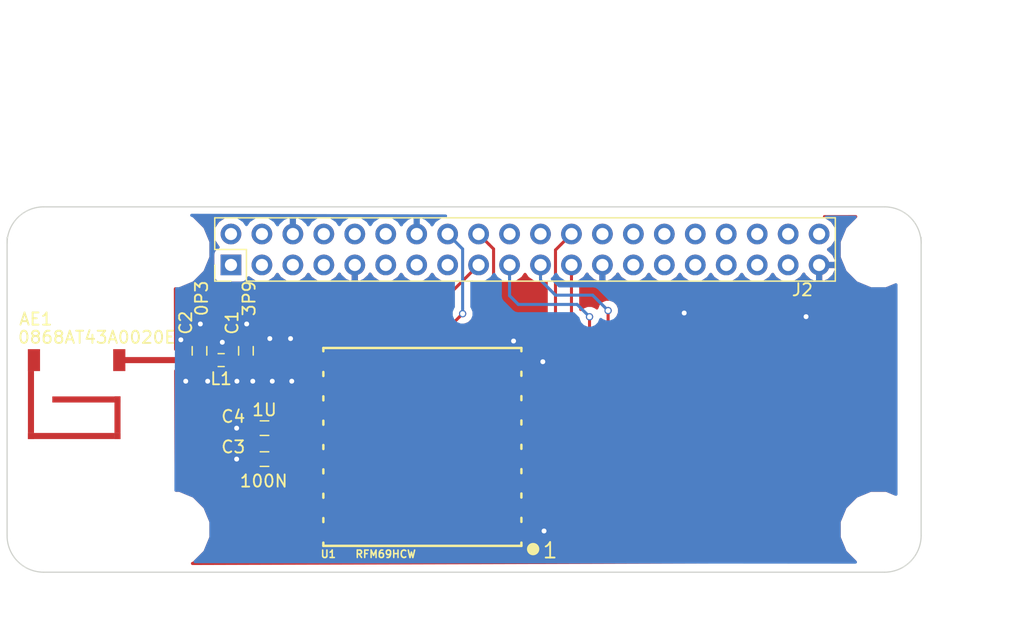
<source format=kicad_pcb>
(kicad_pcb (version 20171130) (host pcbnew "(5.0.0-3-g5ebb6b6)")

  (general
    (thickness 1.6)
    (drawings 14)
    (tracks 83)
    (zones 0)
    (modules 16)
    (nets 45)
  )

  (page A4)
  (title_block
    (title "RFM69HCW-868-S2 partial HAT for pi Zero")
    (date 2019-04-29)
    (rev 1)
    (company "MM Electronics")
    (comment 1 "MIT Licensed Open Source Hardware")
  )

  (layers
    (0 F.Cu signal)
    (31 B.Cu signal)
    (34 B.Paste user)
    (35 F.Paste user)
    (36 B.SilkS user)
    (37 F.SilkS user)
    (38 B.Mask user)
    (39 F.Mask user)
    (40 Dwgs.User user)
    (41 Cmts.User user)
    (44 Edge.Cuts user)
    (48 B.Fab user)
    (49 F.Fab user)
  )

  (setup
    (last_trace_width 0.25)
    (user_trace_width 0.01)
    (user_trace_width 0.02)
    (user_trace_width 0.05)
    (user_trace_width 0.1)
    (user_trace_width 0.2)
    (trace_clearance 0.2)
    (zone_clearance 0.508)
    (zone_45_only no)
    (trace_min 0.01)
    (segment_width 0.2)
    (edge_width 0.1)
    (via_size 0.6)
    (via_drill 0.4)
    (via_min_size 0.4)
    (via_min_drill 0.3)
    (uvia_size 0.3)
    (uvia_drill 0.1)
    (uvias_allowed no)
    (uvia_min_size 0.2)
    (uvia_min_drill 0.1)
    (pcb_text_width 0.3)
    (pcb_text_size 1.5 1.5)
    (mod_edge_width 0.15)
    (mod_text_size 1 1)
    (mod_text_width 0.15)
    (pad_size 2.75 2.75)
    (pad_drill 2.75)
    (pad_to_mask_clearance 0)
    (aux_axis_origin 0 0)
    (visible_elements 7FFFFFFF)
    (pcbplotparams
      (layerselection 0x213a0_ffffffff)
      (usegerberextensions false)
      (usegerberattributes true)
      (usegerberadvancedattributes true)
      (creategerberjobfile false)
      (excludeedgelayer true)
      (linewidth 0.100000)
      (plotframeref true)
      (viasonmask false)
      (mode 1)
      (useauxorigin false)
      (hpglpennumber 1)
      (hpglpenspeed 20)
      (hpglpendiameter 15.000000)
      (psnegative false)
      (psa4output false)
      (plotreference true)
      (plotvalue true)
      (plotinvisibletext false)
      (padsonsilk false)
      (subtractmaskfromsilk true)
      (outputformat 1)
      (mirror false)
      (drillshape 0)
      (scaleselection 1)
      (outputdirectory "gerber/"))
  )

  (net 0 "")
  (net 1 "Net-(J2-Pad1)")
  (net 2 "Net-(J2-Pad2)")
  (net 3 "Net-(J2-Pad3)")
  (net 4 "Net-(J2-Pad4)")
  (net 5 "Net-(J2-Pad5)")
  (net 6 "Net-(J2-Pad7)")
  (net 7 "Net-(J2-Pad8)")
  (net 8 "Net-(J2-Pad10)")
  (net 9 "Net-(J2-Pad11)")
  (net 10 "Net-(J2-Pad12)")
  (net 11 "Net-(J2-Pad13)")
  (net 12 "Net-(J2-Pad15)")
  (net 13 "Net-(J2-Pad16)")
  (net 14 "Net-(J2-Pad18)")
  (net 15 "Net-(J2-Pad19)")
  (net 16 "Net-(J2-Pad21)")
  (net 17 "Net-(J2-Pad22)")
  (net 18 "Net-(J2-Pad23)")
  (net 19 "Net-(J2-Pad24)")
  (net 20 "Net-(J2-Pad26)")
  (net 21 "Net-(J2-Pad27)")
  (net 22 "Net-(J2-Pad28)")
  (net 23 "Net-(J2-Pad29)")
  (net 24 "Net-(J2-Pad31)")
  (net 25 "Net-(J2-Pad32)")
  (net 26 "Net-(J2-Pad33)")
  (net 27 "Net-(J2-Pad35)")
  (net 28 "Net-(J2-Pad36)")
  (net 29 "Net-(J2-Pad37)")
  (net 30 "Net-(J2-Pad38)")
  (net 31 "Net-(J2-Pad40)")
  (net 32 GND)
  (net 33 +3V3)
  (net 34 "Net-(U1-Pad7)")
  (net 35 "Net-(U1-Pad11)")
  (net 36 "Net-(U1-Pad12)")
  (net 37 "Net-(U1-Pad15)")
  (net 38 "Net-(U1-Pad16)")
  (net 39 "Net-(AE1-Pad2)")
  (net 40 "Net-(AE1-Pad1)")
  (net 41 "Net-(C1-Pad1)")
  (net 42 "Net-(J2-Pad34)")
  (net 43 "Net-(J2-Pad30)")
  (net 44 "Net-(J2-Pad20)")

  (net_class Default "This is the default net class."
    (clearance 0.2)
    (trace_width 0.25)
    (via_dia 0.6)
    (via_drill 0.4)
    (uvia_dia 0.3)
    (uvia_drill 0.1)
    (add_net +3V3)
    (add_net GND)
    (add_net "Net-(J2-Pad1)")
    (add_net "Net-(J2-Pad10)")
    (add_net "Net-(J2-Pad11)")
    (add_net "Net-(J2-Pad12)")
    (add_net "Net-(J2-Pad13)")
    (add_net "Net-(J2-Pad15)")
    (add_net "Net-(J2-Pad16)")
    (add_net "Net-(J2-Pad18)")
    (add_net "Net-(J2-Pad19)")
    (add_net "Net-(J2-Pad2)")
    (add_net "Net-(J2-Pad20)")
    (add_net "Net-(J2-Pad21)")
    (add_net "Net-(J2-Pad22)")
    (add_net "Net-(J2-Pad23)")
    (add_net "Net-(J2-Pad24)")
    (add_net "Net-(J2-Pad26)")
    (add_net "Net-(J2-Pad27)")
    (add_net "Net-(J2-Pad28)")
    (add_net "Net-(J2-Pad29)")
    (add_net "Net-(J2-Pad3)")
    (add_net "Net-(J2-Pad30)")
    (add_net "Net-(J2-Pad31)")
    (add_net "Net-(J2-Pad32)")
    (add_net "Net-(J2-Pad33)")
    (add_net "Net-(J2-Pad34)")
    (add_net "Net-(J2-Pad35)")
    (add_net "Net-(J2-Pad36)")
    (add_net "Net-(J2-Pad37)")
    (add_net "Net-(J2-Pad38)")
    (add_net "Net-(J2-Pad4)")
    (add_net "Net-(J2-Pad40)")
    (add_net "Net-(J2-Pad5)")
    (add_net "Net-(J2-Pad7)")
    (add_net "Net-(J2-Pad8)")
    (add_net "Net-(U1-Pad11)")
    (add_net "Net-(U1-Pad12)")
    (add_net "Net-(U1-Pad15)")
    (add_net "Net-(U1-Pad16)")
    (add_net "Net-(U1-Pad7)")
  )

  (net_class RF ""
    (clearance 0.2)
    (trace_width 0.5)
    (via_dia 0.6)
    (via_drill 0.4)
    (uvia_dia 0.3)
    (uvia_drill 0.1)
    (add_net "Net-(AE1-Pad1)")
    (add_net "Net-(AE1-Pad2)")
    (add_net "Net-(C1-Pad1)")
  )

  (module RF:RFM69HCW-XXXS2 (layer F.Cu) (tedit 5CC74D6D) (tstamp 5CB52F35)
    (at 58.2168 52.69738 180)
    (descr "HOPE RF RFM69HCW RF TRANSCIEVER")
    (tags "HOPE RF RFM69HCW RF TRANSCIEVER")
    (path /5CB556D6)
    (attr smd)
    (fp_text reference U1 (at 7.7168 -8.80262 180) (layer F.SilkS)
      (effects (font (size 0.6096 0.6096) (thickness 0.127)))
    )
    (fp_text value RFM69HCW (at 3.0168 -8.80262 180) (layer F.SilkS)
      (effects (font (size 0.6096 0.6096) (thickness 0.127)))
    )
    (fp_circle (center -9 -8.447214) (end -8.552786 -8.447214) (layer F.Fab) (width 0.3))
    (fp_text user 1 (at -10.4832 -8.50262 180) (layer F.SilkS)
      (effects (font (size 1.27 1.27) (thickness 0.1524)))
    )
    (fp_circle (center -9.08812 -8.38962) (end -9.08812 -8.89762) (layer F.SilkS) (width 0))
    (fp_line (start 8.12546 -6.1722) (end 8.12546 -5.842) (layer F.SilkS) (width 0.2032))
    (fp_line (start 8.12546 -4.17322) (end 8.12546 -3.84302) (layer F.SilkS) (width 0.2032))
    (fp_line (start 8.12546 -2.1717) (end 8.12546 -1.8415) (layer F.SilkS) (width 0.2032))
    (fp_line (start 8.12546 -0.17272) (end 8.12546 0.15494) (layer F.SilkS) (width 0.2032))
    (fp_line (start 8.12546 1.82372) (end 8.12546 2.15392) (layer F.SilkS) (width 0.2032))
    (fp_line (start 8.12546 3.82524) (end 8.12546 4.15544) (layer F.SilkS) (width 0.2032))
    (fp_line (start 8.12546 5.82422) (end 8.12546 6.15442) (layer F.SilkS) (width 0.2032))
    (fp_line (start -8.12546 6.1722) (end -8.12546 5.842) (layer F.SilkS) (width 0.2032))
    (fp_line (start -8.12546 4.17322) (end -8.12546 3.84302) (layer F.SilkS) (width 0.2032))
    (fp_line (start -8.12546 2.1717) (end -8.12546 1.8415) (layer F.SilkS) (width 0.2032))
    (fp_line (start -8.12546 0.17272) (end -8.12546 -0.15494) (layer F.SilkS) (width 0.2032))
    (fp_line (start -8.12546 -1.82372) (end -8.12546 -2.15392) (layer F.SilkS) (width 0.2032))
    (fp_line (start -8.12546 -3.82524) (end -8.12546 -4.15544) (layer F.SilkS) (width 0.2032))
    (fp_line (start -8.12546 -7.85876) (end -8.12546 -8.12546) (layer F.SilkS) (width 0.2032))
    (fp_line (start 8.12546 -8.12546) (end 8.12546 -7.85876) (layer F.SilkS) (width 0.2032))
    (fp_line (start -8.12546 -5.82422) (end -8.12546 -6.15442) (layer F.SilkS) (width 0.2032))
    (fp_line (start 8.12546 7.85876) (end 8.12546 8.12546) (layer F.SilkS) (width 0.2032))
    (fp_line (start -8.12546 8.12546) (end -8.12546 7.85876) (layer F.SilkS) (width 0.2032))
    (fp_line (start -7.99846 -7.99846) (end -7.99846 7.99846) (layer Dwgs.User) (width 0.127))
    (fp_line (start 7.99846 -7.99846) (end -7.99846 -7.99846) (layer Dwgs.User) (width 0.127))
    (fp_line (start 7.99846 7.99846) (end 7.99846 -7.99846) (layer Dwgs.User) (width 0.127))
    (fp_line (start -7.99846 7.99846) (end 7.99846 7.99846) (layer Dwgs.User) (width 0.127))
    (fp_line (start 3.99796 0.49784) (end 1.99898 0.49784) (layer Dwgs.User) (width 0.2032))
    (fp_line (start 3.99796 0.49784) (end 3.99796 -1.4986) (layer Dwgs.User) (width 0.2032))
    (fp_line (start 3.99796 -1.4986) (end 1.99898 -1.4986) (layer Dwgs.User) (width 0.2032))
    (fp_line (start 1.99898 0.49784) (end 1.99898 -1.4986) (layer Dwgs.User) (width 0.2032))
    (fp_line (start 0 -5.99948) (end -3.99796 -5.99948) (layer Dwgs.User) (width 0.2032))
    (fp_line (start 0 -1.99898) (end 0 -5.99948) (layer Dwgs.User) (width 0.2032))
    (fp_line (start -3.99796 -1.99898) (end 0 -1.99898) (layer Dwgs.User) (width 0.2032))
    (fp_line (start -3.99796 -5.99948) (end -3.99796 -1.99898) (layer Dwgs.User) (width 0.2032))
    (fp_line (start 8.12546 8.12546) (end -8.12546 8.12546) (layer F.SilkS) (width 0.2032))
    (fp_line (start -8.12546 -8.12546) (end 8.12546 -8.12546) (layer F.SilkS) (width 0.2032))
    (pad 16 smd rect (at 7.49808 -6.9977 180) (size 2.99974 1.19888) (layers F.Cu F.Paste F.Mask)
      (net 38 "Net-(U1-Pad16)") (solder_mask_margin 0.1016))
    (pad 15 smd rect (at 7.49808 -4.99872 180) (size 2.99974 1.19888) (layers F.Cu F.Paste F.Mask)
      (net 37 "Net-(U1-Pad15)") (solder_mask_margin 0.1016))
    (pad 14 smd rect (at 7.49808 -2.99974 180) (size 2.99974 1.19888) (layers F.Cu F.Paste F.Mask)
      (net 13 "Net-(J2-Pad16)") (solder_mask_margin 0.1016))
    (pad 13 smd rect (at 7.49808 -0.99822 180) (size 2.99974 1.19888) (layers F.Cu F.Paste F.Mask)
      (net 33 +3V3) (solder_mask_margin 0.1016))
    (pad 12 smd rect (at 7.49808 0.99822 180) (size 2.99974 1.19888) (layers F.Cu F.Paste F.Mask)
      (net 36 "Net-(U1-Pad12)") (solder_mask_margin 0.1016))
    (pad 11 smd rect (at 7.49808 2.99974 180) (size 2.99974 1.19888) (layers F.Cu F.Paste F.Mask)
      (net 35 "Net-(U1-Pad11)") (solder_mask_margin 0.1016))
    (pad 10 smd rect (at 7.49808 4.99872 180) (size 2.99974 1.19888) (layers F.Cu F.Paste F.Mask)
      (net 32 GND) (solder_mask_margin 0.1016))
    (pad 9 smd rect (at 7.49808 6.9977 180) (size 2.99974 1.19888) (layers F.Cu F.Paste F.Mask)
      (net 41 "Net-(C1-Pad1)") (solder_mask_margin 0.1016))
    (pad 8 smd rect (at -7.49808 6.9977 180) (size 2.99974 1.19888) (layers F.Cu F.Paste F.Mask)
      (net 32 GND) (solder_mask_margin 0.1016))
    (pad 7 smd rect (at -7.49808 4.99872 180) (size 2.99974 1.19888) (layers F.Cu F.Paste F.Mask)
      (net 34 "Net-(U1-Pad7)") (solder_mask_margin 0.1016))
    (pad 6 smd rect (at -7.49808 2.99974 180) (size 2.99974 1.19888) (layers F.Cu F.Paste F.Mask)
      (net 14 "Net-(J2-Pad18)") (solder_mask_margin 0.1016))
    (pad 5 smd rect (at -7.49808 0.99822 180) (size 2.99974 1.19888) (layers F.Cu F.Paste F.Mask)
      (net 19 "Net-(J2-Pad24)") (solder_mask_margin 0.1016))
    (pad 4 smd rect (at -7.49808 -0.99822 180) (size 2.99974 1.19888) (layers F.Cu F.Paste F.Mask)
      (net 18 "Net-(J2-Pad23)") (solder_mask_margin 0.1016))
    (pad 3 smd rect (at -7.49808 -2.99974 180) (size 2.99974 1.19888) (layers F.Cu F.Paste F.Mask)
      (net 15 "Net-(J2-Pad19)") (solder_mask_margin 0.1016))
    (pad 2 smd rect (at -7.49808 -4.99872 180) (size 2.99974 1.19888) (layers F.Cu F.Paste F.Mask)
      (net 16 "Net-(J2-Pad21)") (solder_mask_margin 0.1016))
    (pad 1 smd rect (at -7.49808 -6.9977 180) (size 2.99974 1.19888) (layers F.Cu F.Paste F.Mask)
      (net 32 GND) (solder_mask_margin 0.1016))
  )

  (module footprints:0868AT43A0020E (layer F.Cu) (tedit 5CC74D0A) (tstamp 5CB53DD4)
    (at 29.845 45.5676)
    (path /5CB72F5E)
    (fp_text reference AE1 (at -3.345 -3.3676) (layer F.SilkS)
      (effects (font (size 1 1) (thickness 0.15)))
    )
    (fp_text value 0868AT43A0020E (at 1.655 -1.8676) (layer F.SilkS)
      (effects (font (size 1 1) (thickness 0.15)))
    )
    (fp_poly (pts (xy 1.2 -0.2) (xy 1.2 0.2) (xy 2.4 0.2) (xy 2.4 -0.2)) (layer F.Fab) (width 0.15))
    (fp_line (start 3.5 -1) (end -3.5 -1) (layer F.Fab) (width 0.1))
    (fp_line (start 3.5 1) (end 3.5 -1) (layer F.Fab) (width 0.1))
    (fp_line (start -3.5 1) (end 3.5 1) (layer F.Fab) (width 0.1))
    (fp_line (start -3.5 -1) (end -3.5 1) (layer F.Fab) (width 0.1))
    (pad 2 smd rect (at 3.5 0) (size 1 1.8) (layers F.Cu F.Paste F.Mask)
      (net 39 "Net-(AE1-Pad2)"))
    (pad 1 smd rect (at -3.5 0) (size 1 1.8) (layers F.Cu F.Paste F.Mask)
      (net 40 "Net-(AE1-Pad1)"))
  )

  (module muwave_stub (layer F.Cu) (tedit 5CB51FBF) (tstamp 5CB53EB9)
    (at 33.2 48.8 90)
    (fp_text reference REF** (at 0 0.5 90) (layer F.Fab)
      (effects (font (size 0.5 0.5) (thickness 0.1)))
    )
    (fp_text value muwave_stub (at 0 -0.5 90) (layer F.Fab)
      (effects (font (size 0.5 0.5) (thickness 0.1)))
    )
    (pad 1 smd rect (at 0 0 90) (size 0.5 0.5) (layers F.Cu))
    (pad 1 smd rect (at 0 -2.8 90) (size 0.5 5.1) (layers F.Cu))
  )

  (module muwave_stub (layer F.Cu) (tedit 5CB51FCC) (tstamp 5CB53EB8)
    (at 33.2 51.8)
    (fp_text reference REF** (at 0 0.5) (layer F.Fab)
      (effects (font (size 0.5 0.5) (thickness 0.1)))
    )
    (fp_text value muwave_stub (at 0 -0.5) (layer F.Fab)
      (effects (font (size 0.5 0.5) (thickness 0.1)))
    )
    (pad 1 smd rect (at 0 0) (size 0.5 0.5) (layers F.Cu))
    (pad 1 smd rect (at 0 -1.75) (size 0.5 3) (layers F.Cu))
  )

  (module muwave_stub (layer F.Cu) (tedit 5CB51FC6) (tstamp 5CB53EB6)
    (at 33.2 51.8 90)
    (fp_text reference REF** (at 0 0.5 90) (layer F.Fab)
      (effects (font (size 0.5 0.5) (thickness 0.1)))
    )
    (fp_text value muwave_stub (at 0 -0.5 90) (layer F.Fab)
      (effects (font (size 0.5 0.5) (thickness 0.1)))
    )
    (pad 1 smd rect (at 0 0 90) (size 0.5 0.5) (layers F.Cu))
    (pad 1 smd rect (at 0 -3.8 90) (size 0.5 7.1) (layers F.Cu))
  )

  (module muwave_stub (layer F.Cu) (tedit 5CB51F49) (tstamp 5CB53EB5)
    (at 26.1 51.8)
    (fp_text reference REF** (at 0.6 1.2) (layer F.Fab)
      (effects (font (size 0.5 0.5) (thickness 0.1)))
    )
    (fp_text value muwave_stub (at 0 -0.5) (layer F.Fab)
      (effects (font (size 0.5 0.5) (thickness 0.1)))
    )
    (pad 1 smd rect (at 0 0) (size 0.5 0.5) (layers F.Cu))
    (pad 1 smd rect (at 0 -2.8) (size 0.5 5.1) (layers F.Cu))
  )

  (module Connector_PinHeader_2.54mm:PinHeader_2x20_P2.54mm_Vertical (layer F.Cu) (tedit 59FED5CC) (tstamp 5B55D6D3)
    (at 42.5108 37.7536 90)
    (descr "Through hole straight pin header, 2x20, 2.54mm pitch, double rows")
    (tags "Through hole pin header THT 2x20 2.54mm double row")
    (path /5516AE26)
    (fp_text reference J2 (at -2.0464 46.8892) (layer F.SilkS)
      (effects (font (size 1 1) (thickness 0.15)))
    )
    (fp_text value RPi_GPIO (at 1.27 50.59 90) (layer F.Fab)
      (effects (font (size 1 1) (thickness 0.15)))
    )
    (fp_text user %R (at -2.3784 48.6752 180) (layer F.Fab)
      (effects (font (size 1 1) (thickness 0.15)))
    )
    (fp_line (start 4.35 -1.8) (end -1.8 -1.8) (layer F.CrtYd) (width 0.05))
    (fp_line (start 4.35 50.05) (end 4.35 -1.8) (layer F.CrtYd) (width 0.05))
    (fp_line (start -1.8 50.05) (end 4.35 50.05) (layer F.CrtYd) (width 0.05))
    (fp_line (start -1.8 -1.8) (end -1.8 50.05) (layer F.CrtYd) (width 0.05))
    (fp_line (start -1.33 -1.33) (end 0 -1.33) (layer F.SilkS) (width 0.12))
    (fp_line (start -1.33 0) (end -1.33 -1.33) (layer F.SilkS) (width 0.12))
    (fp_line (start 1.27 -1.33) (end 3.87 -1.33) (layer F.SilkS) (width 0.12))
    (fp_line (start 1.27 1.27) (end 1.27 -1.33) (layer F.SilkS) (width 0.12))
    (fp_line (start -1.33 1.27) (end 1.27 1.27) (layer F.SilkS) (width 0.12))
    (fp_line (start 3.87 -1.33) (end 3.87 49.59) (layer F.SilkS) (width 0.12))
    (fp_line (start -1.33 1.27) (end -1.33 49.59) (layer F.SilkS) (width 0.12))
    (fp_line (start -1.33 49.59) (end 3.87 49.59) (layer F.SilkS) (width 0.12))
    (fp_line (start -1.27 0) (end 0 -1.27) (layer F.Fab) (width 0.1))
    (fp_line (start -1.27 49.53) (end -1.27 0) (layer F.Fab) (width 0.1))
    (fp_line (start 3.81 49.53) (end -1.27 49.53) (layer F.Fab) (width 0.1))
    (fp_line (start 3.81 -1.27) (end 3.81 49.53) (layer F.Fab) (width 0.1))
    (fp_line (start 0 -1.27) (end 3.81 -1.27) (layer F.Fab) (width 0.1))
    (pad 40 thru_hole oval (at 2.54 48.26 90) (size 1.7 1.7) (drill 1) (layers *.Cu *.Mask)
      (net 31 "Net-(J2-Pad40)"))
    (pad 39 thru_hole oval (at 0 48.26 90) (size 1.7 1.7) (drill 1) (layers *.Cu *.Mask)
      (net 32 GND))
    (pad 38 thru_hole oval (at 2.54 45.72 90) (size 1.7 1.7) (drill 1) (layers *.Cu *.Mask)
      (net 30 "Net-(J2-Pad38)"))
    (pad 37 thru_hole oval (at 0 45.72 90) (size 1.7 1.7) (drill 1) (layers *.Cu *.Mask)
      (net 29 "Net-(J2-Pad37)"))
    (pad 36 thru_hole oval (at 2.54 43.18 90) (size 1.7 1.7) (drill 1) (layers *.Cu *.Mask)
      (net 28 "Net-(J2-Pad36)"))
    (pad 35 thru_hole oval (at 0 43.18 90) (size 1.7 1.7) (drill 1) (layers *.Cu *.Mask)
      (net 27 "Net-(J2-Pad35)"))
    (pad 34 thru_hole oval (at 2.54 40.64 90) (size 1.7 1.7) (drill 1) (layers *.Cu *.Mask)
      (net 42 "Net-(J2-Pad34)"))
    (pad 33 thru_hole oval (at 0 40.64 90) (size 1.7 1.7) (drill 1) (layers *.Cu *.Mask)
      (net 26 "Net-(J2-Pad33)"))
    (pad 32 thru_hole oval (at 2.54 38.1 90) (size 1.7 1.7) (drill 1) (layers *.Cu *.Mask)
      (net 25 "Net-(J2-Pad32)"))
    (pad 31 thru_hole oval (at 0 38.1 90) (size 1.7 1.7) (drill 1) (layers *.Cu *.Mask)
      (net 24 "Net-(J2-Pad31)"))
    (pad 30 thru_hole oval (at 2.54 35.56 90) (size 1.7 1.7) (drill 1) (layers *.Cu *.Mask)
      (net 43 "Net-(J2-Pad30)"))
    (pad 29 thru_hole oval (at 0 35.56 90) (size 1.7 1.7) (drill 1) (layers *.Cu *.Mask)
      (net 23 "Net-(J2-Pad29)"))
    (pad 28 thru_hole oval (at 2.54 33.02 90) (size 1.7 1.7) (drill 1) (layers *.Cu *.Mask)
      (net 22 "Net-(J2-Pad28)"))
    (pad 27 thru_hole oval (at 0 33.02 90) (size 1.7 1.7) (drill 1) (layers *.Cu *.Mask)
      (net 21 "Net-(J2-Pad27)"))
    (pad 26 thru_hole oval (at 2.54 30.48 90) (size 1.7 1.7) (drill 1) (layers *.Cu *.Mask)
      (net 20 "Net-(J2-Pad26)"))
    (pad 25 thru_hole oval (at 0 30.48 90) (size 1.7 1.7) (drill 1) (layers *.Cu *.Mask)
      (net 32 GND))
    (pad 24 thru_hole oval (at 2.54 27.94 90) (size 1.7 1.7) (drill 1) (layers *.Cu *.Mask)
      (net 19 "Net-(J2-Pad24)"))
    (pad 23 thru_hole oval (at 0 27.94 90) (size 1.7 1.7) (drill 1) (layers *.Cu *.Mask)
      (net 18 "Net-(J2-Pad23)"))
    (pad 22 thru_hole oval (at 2.54 25.4 90) (size 1.7 1.7) (drill 1) (layers *.Cu *.Mask)
      (net 17 "Net-(J2-Pad22)"))
    (pad 21 thru_hole oval (at 0 25.4 90) (size 1.7 1.7) (drill 1) (layers *.Cu *.Mask)
      (net 16 "Net-(J2-Pad21)"))
    (pad 20 thru_hole oval (at 2.54 22.86 90) (size 1.7 1.7) (drill 1) (layers *.Cu *.Mask)
      (net 44 "Net-(J2-Pad20)"))
    (pad 19 thru_hole oval (at 0 22.86 90) (size 1.7 1.7) (drill 1) (layers *.Cu *.Mask)
      (net 15 "Net-(J2-Pad19)"))
    (pad 18 thru_hole oval (at 2.54 20.32 90) (size 1.7 1.7) (drill 1) (layers *.Cu *.Mask)
      (net 14 "Net-(J2-Pad18)"))
    (pad 17 thru_hole oval (at 0 20.32 90) (size 1.7 1.7) (drill 1) (layers *.Cu *.Mask)
      (net 33 +3V3))
    (pad 16 thru_hole oval (at 2.54 17.78 90) (size 1.7 1.7) (drill 1) (layers *.Cu *.Mask)
      (net 13 "Net-(J2-Pad16)"))
    (pad 15 thru_hole oval (at 0 17.78 90) (size 1.7 1.7) (drill 1) (layers *.Cu *.Mask)
      (net 12 "Net-(J2-Pad15)"))
    (pad 14 thru_hole oval (at 2.54 15.24 90) (size 1.7 1.7) (drill 1) (layers *.Cu *.Mask)
      (net 32 GND))
    (pad 13 thru_hole oval (at 0 15.24 90) (size 1.7 1.7) (drill 1) (layers *.Cu *.Mask)
      (net 11 "Net-(J2-Pad13)"))
    (pad 12 thru_hole oval (at 2.54 12.7 90) (size 1.7 1.7) (drill 1) (layers *.Cu *.Mask)
      (net 10 "Net-(J2-Pad12)"))
    (pad 11 thru_hole oval (at 0 12.7 90) (size 1.7 1.7) (drill 1) (layers *.Cu *.Mask)
      (net 9 "Net-(J2-Pad11)"))
    (pad 10 thru_hole oval (at 2.54 10.16 90) (size 1.7 1.7) (drill 1) (layers *.Cu *.Mask)
      (net 8 "Net-(J2-Pad10)"))
    (pad 9 thru_hole oval (at 0 10.16 90) (size 1.7 1.7) (drill 1) (layers *.Cu *.Mask)
      (net 32 GND))
    (pad 8 thru_hole oval (at 2.54 7.62 90) (size 1.7 1.7) (drill 1) (layers *.Cu *.Mask)
      (net 7 "Net-(J2-Pad8)"))
    (pad 7 thru_hole oval (at 0 7.62 90) (size 1.7 1.7) (drill 1) (layers *.Cu *.Mask)
      (net 6 "Net-(J2-Pad7)"))
    (pad 6 thru_hole oval (at 2.54 5.08 90) (size 1.7 1.7) (drill 1) (layers *.Cu *.Mask)
      (net 32 GND))
    (pad 5 thru_hole oval (at 0 5.08 90) (size 1.7 1.7) (drill 1) (layers *.Cu *.Mask)
      (net 5 "Net-(J2-Pad5)"))
    (pad 4 thru_hole oval (at 2.54 2.54 90) (size 1.7 1.7) (drill 1) (layers *.Cu *.Mask)
      (net 4 "Net-(J2-Pad4)"))
    (pad 3 thru_hole oval (at 0 2.54 90) (size 1.7 1.7) (drill 1) (layers *.Cu *.Mask)
      (net 3 "Net-(J2-Pad3)"))
    (pad 2 thru_hole oval (at 2.54 0 90) (size 1.7 1.7) (drill 1) (layers *.Cu *.Mask)
      (net 2 "Net-(J2-Pad2)"))
    (pad 1 thru_hole rect (at 0 0 90) (size 1.7 1.7) (drill 1) (layers *.Cu *.Mask)
      (net 1 "Net-(J2-Pad1)"))
    (model ${KISYS3DMOD}/Connector_PinHeader_2.54mm.3dshapes/PinHeader_2x20_P2.54mm_Vertical.wrl
      (at (xyz 0 0 0))
      (scale (xyz 1 1 1))
      (rotate (xyz 0 0 0))
    )
  )

  (module RPi_Hat:RPi_Hat_Mounting_Hole locked (layer F.Cu) (tedit 55217CCB) (tstamp 58B743A7)
    (at 37.6408 59.4836)
    (descr "Mounting hole, Befestigungsbohrung, 2,7mm, No Annular, Kein Restring,")
    (tags "Mounting hole, Befestigungsbohrung, 2,7mm, No Annular, Kein Restring,")
    (fp_text reference "" (at 0 -4.0005) (layer F.SilkS) hide
      (effects (font (size 1 1) (thickness 0.15)))
    )
    (fp_text value "" (at 0.09906 3.59918) (layer F.Fab) hide
      (effects (font (size 1 1) (thickness 0.15)))
    )
    (fp_circle (center 0 0) (end 1.375 0) (layer F.Fab) (width 0.15))
    (fp_circle (center 0 0) (end 3.1 0) (layer F.Fab) (width 0.15))
    (fp_circle (center 0 0) (end 3.1 0) (layer B.Fab) (width 0.15))
    (fp_circle (center 0 0) (end 1.375 0) (layer B.Fab) (width 0.15))
    (fp_circle (center 0 0) (end 3.1 0) (layer F.CrtYd) (width 0.15))
    (fp_circle (center 0 0) (end 3.1 0) (layer B.CrtYd) (width 0.15))
    (pad "" np_thru_hole circle (at 0 0) (size 2.75 2.75) (drill 2.75) (layers *.Cu *.Mask)
      (solder_mask_margin 1.725) (clearance 1.725))
  )

  (module RPi_Hat:RPi_Hat_Mounting_Hole locked (layer F.Cu) (tedit 55217C7B) (tstamp 5515DEA9)
    (at 95.6408 36.4836)
    (descr "Mounting hole, Befestigungsbohrung, 2,7mm, No Annular, Kein Restring,")
    (tags "Mounting hole, Befestigungsbohrung, 2,7mm, No Annular, Kein Restring,")
    (fp_text reference "" (at 0 -4.0005) (layer F.SilkS) hide
      (effects (font (size 1 1) (thickness 0.15)))
    )
    (fp_text value "" (at 0.09906 3.59918) (layer F.Fab) hide
      (effects (font (size 1 1) (thickness 0.15)))
    )
    (fp_circle (center 0 0) (end 1.375 0) (layer F.Fab) (width 0.15))
    (fp_circle (center 0 0) (end 3.1 0) (layer F.Fab) (width 0.15))
    (fp_circle (center 0 0) (end 3.1 0) (layer B.Fab) (width 0.15))
    (fp_circle (center 0 0) (end 1.375 0) (layer B.Fab) (width 0.15))
    (fp_circle (center 0 0) (end 3.1 0) (layer F.CrtYd) (width 0.15))
    (fp_circle (center 0 0) (end 3.1 0) (layer B.CrtYd) (width 0.15))
    (pad "" np_thru_hole circle (at 0 0) (size 2.75 2.75) (drill 2.75) (layers *.Cu *.Mask)
      (solder_mask_margin 1.725) (clearance 1.725))
  )

  (module RPi_Hat:RPi_Hat_Mounting_Hole locked (layer F.Cu) (tedit 55217CCB) (tstamp 55169DC9)
    (at 95.6408 59.4836)
    (descr "Mounting hole, Befestigungsbohrung, 2,7mm, No Annular, Kein Restring,")
    (tags "Mounting hole, Befestigungsbohrung, 2,7mm, No Annular, Kein Restring,")
    (fp_text reference "" (at 0 -4.0005) (layer F.SilkS) hide
      (effects (font (size 1 1) (thickness 0.15)))
    )
    (fp_text value "" (at 0.09906 3.59918) (layer F.Fab) hide
      (effects (font (size 1 1) (thickness 0.15)))
    )
    (fp_circle (center 0 0) (end 1.375 0) (layer F.Fab) (width 0.15))
    (fp_circle (center 0 0) (end 3.1 0) (layer F.Fab) (width 0.15))
    (fp_circle (center 0 0) (end 3.1 0) (layer B.Fab) (width 0.15))
    (fp_circle (center 0 0) (end 1.375 0) (layer B.Fab) (width 0.15))
    (fp_circle (center 0 0) (end 3.1 0) (layer F.CrtYd) (width 0.15))
    (fp_circle (center 0 0) (end 3.1 0) (layer B.CrtYd) (width 0.15))
    (pad "" np_thru_hole circle (at 0 0) (size 2.75 2.75) (drill 2.75) (layers *.Cu *.Mask)
      (solder_mask_margin 1.725) (clearance 1.725))
  )

  (module RPi_Hat:RPi_Hat_Mounting_Hole locked (layer F.Cu) (tedit 55217CA2) (tstamp 5515DEBF)
    (at 37.6408 36.4836)
    (descr "Mounting hole, Befestigungsbohrung, 2,7mm, No Annular, Kein Restring,")
    (tags "Mounting hole, Befestigungsbohrung, 2,7mm, No Annular, Kein Restring,")
    (fp_text reference "" (at 0 -4.0005) (layer F.SilkS) hide
      (effects (font (size 1 1) (thickness 0.15)))
    )
    (fp_text value "" (at 0.09906 3.59918) (layer F.Fab) hide
      (effects (font (size 1 1) (thickness 0.15)))
    )
    (fp_circle (center 0 0) (end 1.375 0) (layer F.Fab) (width 0.15))
    (fp_circle (center 0 0) (end 3.1 0) (layer F.Fab) (width 0.15))
    (fp_circle (center 0 0) (end 3.1 0) (layer B.Fab) (width 0.15))
    (fp_circle (center 0 0) (end 1.375 0) (layer B.Fab) (width 0.15))
    (fp_circle (center 0 0) (end 3.1 0) (layer F.CrtYd) (width 0.15))
    (fp_circle (center 0 0) (end 3.1 0) (layer B.CrtYd) (width 0.15))
    (pad "" np_thru_hole circle (at 0 0) (size 2.75 2.75) (drill 2.75) (layers *.Cu *.Mask)
      (solder_mask_margin 1.725) (clearance 1.725))
  )

  (module Capacitors_SMD:C_0603 (layer F.Cu) (tedit 5CB51F2C) (tstamp 5CB5359A)
    (at 43.7388 44.8056 90)
    (descr "Capacitor SMD 0603, reflow soldering, AVX (see smccp.pdf)")
    (tags "capacitor 0603")
    (path /5CB79642)
    (attr smd)
    (fp_text reference C1 (at 2.3056 -1.1388 90) (layer F.SilkS)
      (effects (font (size 1 1) (thickness 0.15)))
    )
    (fp_text value 3P9 (at 4.3056 0.2612 90) (layer F.SilkS)
      (effects (font (size 1 1) (thickness 0.15)))
    )
    (fp_text user %R (at 0 0 90) (layer F.Fab)
      (effects (font (size 0.3 0.3) (thickness 0.075)))
    )
    (fp_line (start -0.8 0.4) (end -0.8 -0.4) (layer F.Fab) (width 0.1))
    (fp_line (start 0.8 0.4) (end -0.8 0.4) (layer F.Fab) (width 0.1))
    (fp_line (start 0.8 -0.4) (end 0.8 0.4) (layer F.Fab) (width 0.1))
    (fp_line (start -0.8 -0.4) (end 0.8 -0.4) (layer F.Fab) (width 0.1))
    (fp_line (start -0.35 -0.6) (end 0.35 -0.6) (layer F.SilkS) (width 0.12))
    (fp_line (start 0.35 0.6) (end -0.35 0.6) (layer F.SilkS) (width 0.12))
    (fp_line (start -1.4 -0.65) (end 1.4 -0.65) (layer F.CrtYd) (width 0.05))
    (fp_line (start -1.4 -0.65) (end -1.4 0.65) (layer F.CrtYd) (width 0.05))
    (fp_line (start 1.4 0.65) (end 1.4 -0.65) (layer F.CrtYd) (width 0.05))
    (fp_line (start 1.4 0.65) (end -1.4 0.65) (layer F.CrtYd) (width 0.05))
    (pad 1 smd rect (at -0.75 0 90) (size 0.8 0.75) (layers F.Cu F.Paste F.Mask)
      (net 41 "Net-(C1-Pad1)"))
    (pad 2 smd rect (at 0.75 0 90) (size 0.8 0.75) (layers F.Cu F.Paste F.Mask)
      (net 32 GND))
    (model Capacitors_SMD.3dshapes/C_0603.wrl
      (at (xyz 0 0 0))
      (scale (xyz 1 1 1))
      (rotate (xyz 0 0 0))
    )
  )

  (module Capacitors_SMD:C_0603 (layer F.Cu) (tedit 5CB51F26) (tstamp 5CB534E6)
    (at 39.9288 44.8056 90)
    (descr "Capacitor SMD 0603, reflow soldering, AVX (see smccp.pdf)")
    (tags "capacitor 0603")
    (path /5CB7975E)
    (attr smd)
    (fp_text reference C2 (at 2.3056 -1.1288 90) (layer F.SilkS)
      (effects (font (size 1 1) (thickness 0.15)))
    )
    (fp_text value 0P3 (at 4.3056 0.1712 90) (layer F.SilkS)
      (effects (font (size 1 1) (thickness 0.15)))
    )
    (fp_line (start 1.4 0.65) (end -1.4 0.65) (layer F.CrtYd) (width 0.05))
    (fp_line (start 1.4 0.65) (end 1.4 -0.65) (layer F.CrtYd) (width 0.05))
    (fp_line (start -1.4 -0.65) (end -1.4 0.65) (layer F.CrtYd) (width 0.05))
    (fp_line (start -1.4 -0.65) (end 1.4 -0.65) (layer F.CrtYd) (width 0.05))
    (fp_line (start 0.35 0.6) (end -0.35 0.6) (layer F.SilkS) (width 0.12))
    (fp_line (start -0.35 -0.6) (end 0.35 -0.6) (layer F.SilkS) (width 0.12))
    (fp_line (start -0.8 -0.4) (end 0.8 -0.4) (layer F.Fab) (width 0.1))
    (fp_line (start 0.8 -0.4) (end 0.8 0.4) (layer F.Fab) (width 0.1))
    (fp_line (start 0.8 0.4) (end -0.8 0.4) (layer F.Fab) (width 0.1))
    (fp_line (start -0.8 0.4) (end -0.8 -0.4) (layer F.Fab) (width 0.1))
    (fp_text user %R (at 0 0 90) (layer F.Fab)
      (effects (font (size 0.3 0.3) (thickness 0.075)))
    )
    (pad 2 smd rect (at 0.75 0 90) (size 0.8 0.75) (layers F.Cu F.Paste F.Mask)
      (net 32 GND))
    (pad 1 smd rect (at -0.75 0 90) (size 0.8 0.75) (layers F.Cu F.Paste F.Mask)
      (net 39 "Net-(AE1-Pad2)"))
    (model Capacitors_SMD.3dshapes/C_0603.wrl
      (at (xyz 0 0 0))
      (scale (xyz 1 1 1))
      (rotate (xyz 0 0 0))
    )
  )

  (module Capacitors_SMD:C_0603 (layer F.Cu) (tedit 5CB51C0D) (tstamp 5CB52BB3)
    (at 45.2628 53.6956 180)
    (descr "Capacitor SMD 0603, reflow soldering, AVX (see smccp.pdf)")
    (tags "capacitor 0603")
    (path /5CB89FF2)
    (attr smd)
    (fp_text reference C3 (at 2.5628 0.9956 180) (layer F.SilkS)
      (effects (font (size 1 1) (thickness 0.15)))
    )
    (fp_text value 100N (at 0.0628 -1.8044 180) (layer F.SilkS)
      (effects (font (size 1 1) (thickness 0.15)))
    )
    (fp_text user %R (at 0 0 180) (layer F.Fab)
      (effects (font (size 0.3 0.3) (thickness 0.075)))
    )
    (fp_line (start -0.8 0.4) (end -0.8 -0.4) (layer F.Fab) (width 0.1))
    (fp_line (start 0.8 0.4) (end -0.8 0.4) (layer F.Fab) (width 0.1))
    (fp_line (start 0.8 -0.4) (end 0.8 0.4) (layer F.Fab) (width 0.1))
    (fp_line (start -0.8 -0.4) (end 0.8 -0.4) (layer F.Fab) (width 0.1))
    (fp_line (start -0.35 -0.6) (end 0.35 -0.6) (layer F.SilkS) (width 0.12))
    (fp_line (start 0.35 0.6) (end -0.35 0.6) (layer F.SilkS) (width 0.12))
    (fp_line (start -1.4 -0.65) (end 1.4 -0.65) (layer F.CrtYd) (width 0.05))
    (fp_line (start -1.4 -0.65) (end -1.4 0.65) (layer F.CrtYd) (width 0.05))
    (fp_line (start 1.4 0.65) (end 1.4 -0.65) (layer F.CrtYd) (width 0.05))
    (fp_line (start 1.4 0.65) (end -1.4 0.65) (layer F.CrtYd) (width 0.05))
    (pad 1 smd rect (at -0.75 0 180) (size 0.8 0.75) (layers F.Cu F.Paste F.Mask)
      (net 33 +3V3))
    (pad 2 smd rect (at 0.75 0 180) (size 0.8 0.75) (layers F.Cu F.Paste F.Mask)
      (net 32 GND))
    (model Capacitors_SMD.3dshapes/C_0603.wrl
      (at (xyz 0 0 0))
      (scale (xyz 1 1 1))
      (rotate (xyz 0 0 0))
    )
  )

  (module Capacitors_SMD:C_0603 (layer F.Cu) (tedit 5CB51C19) (tstamp 5CB52BC4)
    (at 45.2628 51.1556 180)
    (descr "Capacitor SMD 0603, reflow soldering, AVX (see smccp.pdf)")
    (tags "capacitor 0603")
    (path /5CB8A02F)
    (attr smd)
    (fp_text reference C4 (at 2.5628 0.9556 180) (layer F.SilkS)
      (effects (font (size 1 1) (thickness 0.15)))
    )
    (fp_text value 1U (at 0 1.5 180) (layer F.SilkS)
      (effects (font (size 1 1) (thickness 0.15)))
    )
    (fp_line (start 1.4 0.65) (end -1.4 0.65) (layer F.CrtYd) (width 0.05))
    (fp_line (start 1.4 0.65) (end 1.4 -0.65) (layer F.CrtYd) (width 0.05))
    (fp_line (start -1.4 -0.65) (end -1.4 0.65) (layer F.CrtYd) (width 0.05))
    (fp_line (start -1.4 -0.65) (end 1.4 -0.65) (layer F.CrtYd) (width 0.05))
    (fp_line (start 0.35 0.6) (end -0.35 0.6) (layer F.SilkS) (width 0.12))
    (fp_line (start -0.35 -0.6) (end 0.35 -0.6) (layer F.SilkS) (width 0.12))
    (fp_line (start -0.8 -0.4) (end 0.8 -0.4) (layer F.Fab) (width 0.1))
    (fp_line (start 0.8 -0.4) (end 0.8 0.4) (layer F.Fab) (width 0.1))
    (fp_line (start 0.8 0.4) (end -0.8 0.4) (layer F.Fab) (width 0.1))
    (fp_line (start -0.8 0.4) (end -0.8 -0.4) (layer F.Fab) (width 0.1))
    (fp_text user %R (at 0 0 180) (layer F.Fab)
      (effects (font (size 0.3 0.3) (thickness 0.075)))
    )
    (pad 2 smd rect (at 0.75 0 180) (size 0.8 0.75) (layers F.Cu F.Paste F.Mask)
      (net 32 GND))
    (pad 1 smd rect (at -0.75 0 180) (size 0.8 0.75) (layers F.Cu F.Paste F.Mask)
      (net 33 +3V3))
    (model Capacitors_SMD.3dshapes/C_0603.wrl
      (at (xyz 0 0 0))
      (scale (xyz 1 1 1))
      (rotate (xyz 0 0 0))
    )
  )

  (module Resistors_SMD:R_0402 (layer F.Cu) (tedit 58E0A804) (tstamp 5CB52BD5)
    (at 41.7068 45.5676 180)
    (descr "Resistor SMD 0402, reflow soldering, Vishay (see dcrcw.pdf)")
    (tags "resistor 0402")
    (path /5CB7DD27)
    (attr smd)
    (fp_text reference L1 (at 0.0068 -1.5324 180) (layer F.SilkS)
      (effects (font (size 1 1) (thickness 0.15)))
    )
    (fp_text value 18N (at 0 1.45 180) (layer F.Fab)
      (effects (font (size 1 1) (thickness 0.15)))
    )
    (fp_line (start 0.8 0.45) (end -0.8 0.45) (layer F.CrtYd) (width 0.05))
    (fp_line (start 0.8 0.45) (end 0.8 -0.45) (layer F.CrtYd) (width 0.05))
    (fp_line (start -0.8 -0.45) (end -0.8 0.45) (layer F.CrtYd) (width 0.05))
    (fp_line (start -0.8 -0.45) (end 0.8 -0.45) (layer F.CrtYd) (width 0.05))
    (fp_line (start -0.25 0.53) (end 0.25 0.53) (layer F.SilkS) (width 0.12))
    (fp_line (start 0.25 -0.53) (end -0.25 -0.53) (layer F.SilkS) (width 0.12))
    (fp_line (start -0.5 -0.25) (end 0.5 -0.25) (layer F.Fab) (width 0.1))
    (fp_line (start 0.5 -0.25) (end 0.5 0.25) (layer F.Fab) (width 0.1))
    (fp_line (start 0.5 0.25) (end -0.5 0.25) (layer F.Fab) (width 0.1))
    (fp_line (start -0.5 0.25) (end -0.5 -0.25) (layer F.Fab) (width 0.1))
    (fp_text user %R (at 0 -1.5324 180) (layer F.Fab)
      (effects (font (size 1 1) (thickness 0.15)))
    )
    (pad 2 smd rect (at 0.45 0 180) (size 0.4 0.6) (layers F.Cu F.Paste F.Mask)
      (net 39 "Net-(AE1-Pad2)"))
    (pad 1 smd rect (at -0.45 0 180) (size 0.4 0.6) (layers F.Cu F.Paste F.Mask)
      (net 41 "Net-(C1-Pad1)"))
    (model ${KISYS3DMOD}/Resistors_SMD.3dshapes/R_0402.wrl
      (at (xyz 0 0 0))
      (scale (xyz 1 1 1))
      (rotate (xyz 0 0 0))
    )
  )

  (dimension 74.990002 (width 0.3) (layer Dwgs.User)
    (gr_text "75 mm" (at 61.635001 17.1) (layer Dwgs.User)
      (effects (font (size 1.5 1.5) (thickness 0.3)))
    )
    (feature1 (pts (xy 99.130002 36.01) (xy 99.130002 18.613579)))
    (feature2 (pts (xy 24.14 36.01) (xy 24.14 18.613579)))
    (crossbar (pts (xy 24.14 19.2) (xy 99.130002 19.2)))
    (arrow1a (pts (xy 99.130002 19.2) (xy 98.003498 19.786421)))
    (arrow1b (pts (xy 99.130002 19.2) (xy 98.003498 18.613579)))
    (arrow2a (pts (xy 24.14 19.2) (xy 25.266504 19.786421)))
    (arrow2b (pts (xy 24.14 19.2) (xy 25.266504 18.613579)))
  )
  (gr_text "RFM69HCW-868S2\npi ZERO HAT \nBY MALCOLM\nFOR OPENAPS\nAPR 2019\nMIT LICENSE" (at 75.9 49.6) (layer F.Cu)
    (effects (font (size 1.2 1.2) (thickness 0.25)) (justify left))
  )
  (gr_line (start 99.1408 35.4836) (end 99.1408 59.9836) (angle 90) (layer Edge.Cuts) (width 0.1))
  (gr_arc (start 27.1408 35.9836) (end 24.1408 35.9836) (angle 90) (layer Edge.Cuts) (width 0.1) (tstamp 5B55F169))
  (gr_line (start 27.1408 32.9836) (end 96.1408 32.9836) (angle 90) (layer Edge.Cuts) (width 0.1) (tstamp 5B55F01C))
  (gr_arc (start 96.1408 35.9836) (end 96.1408 32.9836) (angle 90) (layer Edge.Cuts) (width 0.1) (tstamp 5B55EED3))
  (dimension 30 (width 0.15) (layer Dwgs.User)
    (gr_text "30 mm (Thru-hole)" (at 104.6908 47.9836 270) (layer Dwgs.User)
      (effects (font (size 1.5 1.5) (thickness 0.15)))
    )
    (feature1 (pts (xy 100.1408 62.9836) (xy 105.7408 62.9836)))
    (feature2 (pts (xy 100.1408 32.9836) (xy 105.7408 32.9836)))
    (crossbar (pts (xy 103.6408 32.9836) (xy 103.6408 62.9836)))
    (arrow1a (pts (xy 103.6408 62.9836) (xy 103.054379 61.857096)))
    (arrow1b (pts (xy 103.6408 62.9836) (xy 104.227221 61.857096)))
    (arrow2a (pts (xy 103.6408 32.9836) (xy 103.054379 34.110104)))
    (arrow2b (pts (xy 103.6408 32.9836) (xy 104.227221 34.110104)))
  )
  (dimension 3.5 (width 0.15) (layer Dwgs.User)
    (gr_text "3.5 mm" (at 42.6408 66.9836) (layer Dwgs.User)
      (effects (font (size 1.5 1.5) (thickness 0.15)))
    )
    (feature1 (pts (xy 37.709683 63.7647) (xy 37.709683 68.8647)))
    (feature2 (pts (xy 34.209683 63.7647) (xy 34.209683 68.8647)))
    (crossbar (pts (xy 34.209683 66.7647) (xy 37.709683 66.7647)))
    (arrow1a (pts (xy 37.709683 66.7647) (xy 36.583179 67.351121)))
    (arrow1b (pts (xy 37.709683 66.7647) (xy 36.583179 66.178279)))
    (arrow2a (pts (xy 34.209683 66.7647) (xy 35.336187 67.351121)))
    (arrow2b (pts (xy 34.209683 66.7647) (xy 35.336187 66.178279)))
  )
  (dimension 58 (width 0.15) (layer Dwgs.User)
    (gr_text "58 mm" (at 66.6408 27.6336) (layer Dwgs.User)
      (effects (font (size 1.5 1.5) (thickness 0.15)))
    )
    (feature1 (pts (xy 95.6408 31.4836) (xy 95.6408 26.2836)))
    (feature2 (pts (xy 37.6408 31.4836) (xy 37.6408 26.2836)))
    (crossbar (pts (xy 37.6408 28.9836) (xy 95.6408 28.9836)))
    (arrow1a (pts (xy 95.6408 28.9836) (xy 94.514296 29.570021)))
    (arrow1b (pts (xy 95.6408 28.9836) (xy 94.514296 28.397179)))
    (arrow2a (pts (xy 37.6408 28.9836) (xy 38.767304 29.570021)))
    (arrow2b (pts (xy 37.6408 28.9836) (xy 38.767304 28.397179)))
  )
  (dimension 65 (width 0.15) (layer Dwgs.User)
    (gr_text "65 mm" (at 66.6408 23.1336) (layer Dwgs.User)
      (effects (font (size 1.5 1.5) (thickness 0.15)))
    )
    (feature1 (pts (xy 99.1408 31.4836) (xy 99.1408 21.7836)))
    (feature2 (pts (xy 34.1408 31.4836) (xy 34.1408 21.7836)))
    (crossbar (pts (xy 34.1408 24.4836) (xy 99.1408 24.4836)))
    (arrow1a (pts (xy 99.1408 24.4836) (xy 98.014296 25.070021)))
    (arrow1b (pts (xy 99.1408 24.4836) (xy 98.014296 23.897179)))
    (arrow2a (pts (xy 34.1408 24.4836) (xy 35.267304 25.070021)))
    (arrow2b (pts (xy 34.1408 24.4836) (xy 35.267304 23.897179)))
  )
  (gr_arc (start 96.1408 59.9836) (end 99.1408 59.9836) (angle 90) (layer Edge.Cuts) (width 0.1) (tstamp 55157FFB))
  (gr_arc (start 27.1408 59.9836) (end 27.1408 62.9836) (angle 90) (layer Edge.Cuts) (width 0.1) (tstamp 55157FCE))
  (gr_line (start 24.1408 35.4836) (end 24.1408 59.9836) (layer Edge.Cuts) (width 0.1))
  (gr_line (start 27.1408 62.9836) (end 96.1408 62.9836) (angle 90) (layer Edge.Cuts) (width 0.1))

  (segment (start 52.46859 55.69712) (end 52.49907 55.7276) (width 0.25) (layer F.Cu) (net 13))
  (segment (start 50.71872 55.69712) (end 52.46859 55.69712) (width 0.25) (layer F.Cu) (net 13))
  (segment (start 52.49907 55.7276) (end 55.9308 55.7276) (width 0.25) (layer F.Cu) (net 13))
  (segment (start 55.9308 55.7276) (end 57.4548 54.2036) (width 0.25) (layer F.Cu) (net 13))
  (segment (start 57.4548 54.2036) (end 57.4548 48.1076) (width 0.25) (layer F.Cu) (net 13))
  (segment (start 57.4548 48.1076) (end 57.4548 47.8536) (width 0.25) (layer F.Cu) (net 13))
  (segment (start 57.4548 47.8536) (end 57.4548 45.8216) (width 0.25) (layer F.Cu) (net 13))
  (segment (start 57.4548 45.8216) (end 61.2648 42.0116) (width 0.25) (layer F.Cu) (net 13))
  (segment (start 61.2648 42.0116) (end 61.5188 41.7576) (width 0.25) (layer F.Cu) (net 13))
  (via (at 61.5188 41.7576) (size 0.6) (drill 0.4) (layers F.Cu B.Cu) (net 13))
  (segment (start 61.5188 36.4416) (end 60.2908 35.2136) (width 0.25) (layer B.Cu) (net 13))
  (segment (start 61.5188 41.7576) (end 61.5188 36.4416) (width 0.25) (layer B.Cu) (net 13))
  (segment (start 63.680799 36.063599) (end 62.8308 35.2136) (width 0.25) (layer F.Cu) (net 14))
  (segment (start 64.0588 36.4416) (end 63.680799 36.063599) (width 0.25) (layer F.Cu) (net 14))
  (segment (start 64.0588 38.9636) (end 64.0588 36.4416) (width 0.25) (layer F.Cu) (net 14))
  (segment (start 63.0428 39.9796) (end 64.0588 38.9636) (width 0.25) (layer F.Cu) (net 14))
  (segment (start 63.0428 49.1236) (end 63.0428 39.9796) (width 0.25) (layer F.Cu) (net 14))
  (segment (start 63.61684 49.69764) (end 63.0428 49.1236) (width 0.25) (layer F.Cu) (net 14))
  (segment (start 65.71488 49.69764) (end 63.61684 49.69764) (width 0.25) (layer F.Cu) (net 14))
  (segment (start 68.40728 55.69712) (end 65.71488 55.69712) (width 0.25) (layer F.Cu) (net 15))
  (segment (start 69.6468 54.4576) (end 68.40728 55.69712) (width 0.25) (layer F.Cu) (net 15))
  (segment (start 69.6468 54.4576) (end 71.4248 52.6796) (width 0.25) (layer F.Cu) (net 15))
  (segment (start 71.4248 52.6796) (end 71.9328 52.1716) (width 0.25) (layer F.Cu) (net 15))
  (via (at 71.9328 42.0116) (size 0.6) (drill 0.4) (layers F.Cu B.Cu) (net 15))
  (segment (start 71.9328 52.1716) (end 71.9328 42.0116) (width 0.25) (layer F.Cu) (net 15))
  (segment (start 65.3708 40.2756) (end 65.3708 37.7536) (width 0.25) (layer B.Cu) (net 15))
  (segment (start 66.0908 40.9956) (end 65.3708 40.2756) (width 0.25) (layer B.Cu) (net 15))
  (segment (start 70.9168 40.9956) (end 66.0908 40.9956) (width 0.25) (layer B.Cu) (net 15))
  (segment (start 71.9328 42.0116) (end 70.9168 40.9956) (width 0.25) (layer B.Cu) (net 15))
  (segment (start 67.46475 57.6961) (end 67.52825 57.7596) (width 0.25) (layer F.Cu) (net 16))
  (segment (start 65.71488 57.6961) (end 67.46475 57.6961) (width 0.25) (layer F.Cu) (net 16))
  (segment (start 67.52825 57.7596) (end 68.8848 57.7596) (width 0.25) (layer F.Cu) (net 16))
  (segment (start 68.8848 57.7596) (end 73.4568 53.1876) (width 0.25) (layer F.Cu) (net 16))
  (via (at 73.4568 41.5036) (size 0.6) (drill 0.4) (layers F.Cu B.Cu) (net 16))
  (segment (start 73.4568 53.1876) (end 73.4568 41.5036) (width 0.25) (layer F.Cu) (net 16))
  (segment (start 67.9108 39.0056) (end 67.9108 37.7536) (width 0.25) (layer B.Cu) (net 16))
  (segment (start 69.1388 40.2336) (end 67.9108 39.0056) (width 0.25) (layer B.Cu) (net 16))
  (segment (start 72.1868 40.2336) (end 69.1388 40.2336) (width 0.25) (layer B.Cu) (net 16))
  (segment (start 73.4568 41.5036) (end 72.1868 40.2336) (width 0.25) (layer B.Cu) (net 16))
  (segment (start 70.4508 51.3676) (end 70.4508 37.7536) (width 0.25) (layer F.Cu) (net 18))
  (segment (start 68.1228 53.6956) (end 70.4508 51.3676) (width 0.25) (layer F.Cu) (net 18))
  (segment (start 65.71488 53.6956) (end 68.1228 53.6956) (width 0.25) (layer F.Cu) (net 18))
  (segment (start 69.600801 36.063599) (end 70.4508 35.2136) (width 0.25) (layer F.Cu) (net 19))
  (segment (start 69.1388 36.5256) (end 69.600801 36.063599) (width 0.25) (layer F.Cu) (net 19))
  (segment (start 69.1388 50.6476) (end 69.1388 36.5256) (width 0.25) (layer F.Cu) (net 19))
  (segment (start 68.08724 51.69916) (end 69.1388 50.6476) (width 0.25) (layer F.Cu) (net 19))
  (segment (start 65.71488 51.69916) (end 68.08724 51.69916) (width 0.25) (layer F.Cu) (net 19))
  (segment (start 44.5128 51.1556) (end 42.9768 51.1556) (width 0.25) (layer F.Cu) (net 32))
  (via (at 42.9768 51.1556) (size 0.6) (drill 0.4) (layers F.Cu B.Cu) (net 32))
  (segment (start 44.5128 53.6956) (end 42.9768 53.6956) (width 0.25) (layer F.Cu) (net 32))
  (via (at 42.9768 53.6956) (size 0.6) (drill 0.4) (layers F.Cu B.Cu) (net 32))
  (via (at 43.8 42.6) (size 0.6) (drill 0.4) (layers F.Cu B.Cu) (net 32))
  (via (at 40 42.6) (size 0.6) (drill 0.4) (layers F.Cu B.Cu) (net 32))
  (via (at 47.5 47.3) (size 0.6) (drill 0.4) (layers F.Cu B.Cu) (net 32))
  (via (at 68.2 59.6) (size 0.6) (drill 0.4) (layers F.Cu B.Cu) (net 32))
  (via (at 65.7 44) (size 0.6) (drill 0.4) (layers F.Cu B.Cu) (net 32))
  (via (at 68.1 45.7) (size 0.6) (drill 0.4) (layers F.Cu B.Cu) (net 32))
  (via (at 79.7 41.7) (size 0.6) (drill 0.4) (layers F.Cu B.Cu) (net 32))
  (via (at 89.7 42) (size 0.6) (drill 0.4) (layers F.Cu B.Cu) (net 32))
  (via (at 38.8 47.3) (size 0.6) (drill 0.4) (layers F.Cu B.Cu) (net 32))
  (via (at 40.6 47.3) (size 0.6) (drill 0.4) (layers F.Cu B.Cu) (net 32))
  (via (at 43 47.3) (size 0.6) (drill 0.4) (layers F.Cu B.Cu) (net 32))
  (via (at 44.3 47.3) (size 0.6) (drill 0.4) (layers F.Cu B.Cu) (net 32))
  (via (at 45.9 47.3) (size 0.6) (drill 0.4) (layers F.Cu B.Cu) (net 32))
  (via (at 45.7 43.8) (size 0.6) (drill 0.4) (layers F.Cu B.Cu) (net 32))
  (via (at 47.4 43.8) (size 0.6) (drill 0.4) (layers F.Cu B.Cu) (net 32))
  (via (at 41.8 44.1) (size 0.6) (drill 0.4) (layers F.Cu B.Cu) (net 32))
  (via (at 38.4 43.9) (size 0.6) (drill 0.4) (layers F.Cu B.Cu) (net 32))
  (segment (start 53.3908 53.1876) (end 53.3908 47.3456) (width 0.25) (layer F.Cu) (net 33))
  (segment (start 53.3908 47.3456) (end 59.9948 40.5896) (width 0.25) (layer F.Cu) (net 33))
  (segment (start 52.8828 53.6956) (end 53.3908 53.1876) (width 0.25) (layer F.Cu) (net 33))
  (segment (start 59.9948 40.5896) (end 62.8308 37.7536) (width 0.25) (layer F.Cu) (net 33))
  (segment (start 50.71872 53.6956) (end 52.8828 53.6956) (width 0.25) (layer F.Cu) (net 33))
  (segment (start 46.0128 53.6956) (end 50.71872 53.6956) (width 0.25) (layer F.Cu) (net 33))
  (segment (start 46.0128 53.6956) (end 46.0128 51.1556) (width 0.25) (layer F.Cu) (net 33))
  (segment (start 39.9168 45.5676) (end 39.9288 45.5556) (width 0.5) (layer F.Cu) (net 39))
  (segment (start 33.345 45.5676) (end 39.9168 45.5676) (width 0.5) (layer F.Cu) (net 39))
  (segment (start 41.2448 45.5556) (end 41.2568 45.5676) (width 0.5) (layer F.Cu) (net 39))
  (segment (start 39.9288 45.5556) (end 41.2448 45.5556) (width 0.5) (layer F.Cu) (net 39))
  (segment (start 43.7268 45.5676) (end 43.7388 45.5556) (width 0.5) (layer F.Cu) (net 41))
  (segment (start 42.1568 45.5676) (end 43.7268 45.5676) (width 0.5) (layer F.Cu) (net 41))
  (segment (start 43.88288 45.69968) (end 43.7388 45.5556) (width 0.5) (layer F.Cu) (net 41))
  (segment (start 50.57464 45.5556) (end 43.7388 45.5556) (width 0.5) (layer F.Cu) (net 41))

  (zone (net 32) (net_name GND) (layer F.Cu) (tstamp 5CC75396) (hatch edge 0.508)
    (connect_pads (clearance 0.508))
    (min_thickness 0.254)
    (fill yes (arc_segments 16) (thermal_gap 0.508) (thermal_bridge_width 0.508))
    (polygon
      (pts
        (xy 37.8 33.7) (xy 37.9 62.4) (xy 97.155 62.23) (xy 97.155 33.655)
      )
    )
    (filled_polygon
      (pts
        (xy 92.905081 34.655651) (xy 92.4138 35.84171) (xy 92.4138 37.12549) (xy 92.905081 38.311549) (xy 93.812851 39.219319)
        (xy 94.99891 39.7106) (xy 96.28269 39.7106) (xy 97.028 39.401883) (xy 97.028 56.565317) (xy 96.28269 56.2566)
        (xy 94.99891 56.2566) (xy 93.812851 56.747881) (xy 92.905081 57.655651) (xy 92.4138 58.84171) (xy 92.4138 60.12549)
        (xy 92.905081 61.311549) (xy 93.706425 62.112893) (xy 39.349188 62.268842) (xy 39.468749 62.219319) (xy 40.376519 61.311549)
        (xy 40.8678 60.12549) (xy 40.8678 58.84171) (xy 40.376519 57.655651) (xy 39.468749 56.747881) (xy 38.28269 56.2566)
        (xy 38.005595 56.2566) (xy 37.997668 53.98135) (xy 43.4778 53.98135) (xy 43.4778 54.19691) (xy 43.574473 54.430299)
        (xy 43.753102 54.608927) (xy 43.986491 54.7056) (xy 44.22705 54.7056) (xy 44.3858 54.54685) (xy 44.3858 53.8226)
        (xy 43.63655 53.8226) (xy 43.4778 53.98135) (xy 37.997668 53.98135) (xy 37.994926 53.19429) (xy 43.4778 53.19429)
        (xy 43.4778 53.40985) (xy 43.63655 53.5686) (xy 44.3858 53.5686) (xy 44.3858 52.84435) (xy 44.22705 52.6856)
        (xy 43.986491 52.6856) (xy 43.753102 52.782273) (xy 43.574473 52.960901) (xy 43.4778 53.19429) (xy 37.994926 53.19429)
        (xy 37.988818 51.44135) (xy 43.4778 51.44135) (xy 43.4778 51.65691) (xy 43.574473 51.890299) (xy 43.753102 52.068927)
        (xy 43.986491 52.1656) (xy 44.22705 52.1656) (xy 44.3858 52.00685) (xy 44.3858 51.2826) (xy 43.63655 51.2826)
        (xy 43.4778 51.44135) (xy 37.988818 51.44135) (xy 37.986076 50.65429) (xy 43.4778 50.65429) (xy 43.4778 50.86985)
        (xy 43.63655 51.0286) (xy 44.3858 51.0286) (xy 44.3858 50.30435) (xy 44.22705 50.1456) (xy 43.986491 50.1456)
        (xy 43.753102 50.242273) (xy 43.574473 50.420901) (xy 43.4778 50.65429) (xy 37.986076 50.65429) (xy 37.971435 46.4526)
        (xy 39.154644 46.4526) (xy 39.306035 46.553757) (xy 39.5538 46.60304) (xy 40.3038 46.60304) (xy 40.551565 46.553757)
        (xy 40.720915 46.4406) (xy 40.771385 46.4406) (xy 40.809035 46.465757) (xy 41.0568 46.51504) (xy 41.4568 46.51504)
        (xy 41.704565 46.465757) (xy 41.7068 46.464264) (xy 41.709035 46.465757) (xy 41.9568 46.51504) (xy 42.3568 46.51504)
        (xy 42.604565 46.465757) (xy 42.624256 46.4526) (xy 42.964644 46.4526) (xy 43.116035 46.553757) (xy 43.3638 46.60304)
        (xy 44.1138 46.60304) (xy 44.361565 46.553757) (xy 44.530915 46.4406) (xy 48.599552 46.4406) (xy 48.620693 46.546885)
        (xy 48.721817 46.698227) (xy 48.680523 46.739521) (xy 48.58385 46.97291) (xy 48.58385 47.41291) (xy 48.7426 47.57166)
        (xy 50.59172 47.57166) (xy 50.59172 47.55166) (xy 50.84572 47.55166) (xy 50.84572 47.57166) (xy 50.86572 47.57166)
        (xy 50.86572 47.82566) (xy 50.84572 47.82566) (xy 50.84572 47.84566) (xy 50.59172 47.84566) (xy 50.59172 47.82566)
        (xy 48.7426 47.82566) (xy 48.58385 47.98441) (xy 48.58385 48.42441) (xy 48.680523 48.657799) (xy 48.721817 48.699093)
        (xy 48.620693 48.850435) (xy 48.57141 49.0982) (xy 48.57141 50.29708) (xy 48.620693 50.544845) (xy 48.723296 50.6984)
        (xy 48.620693 50.851955) (xy 48.57141 51.09972) (xy 48.57141 52.2986) (xy 48.620693 52.546365) (xy 48.721599 52.69738)
        (xy 48.620693 52.848395) (xy 48.603347 52.9356) (xy 46.919259 52.9356) (xy 46.870609 52.862791) (xy 46.7728 52.797437)
        (xy 46.7728 52.053763) (xy 46.870609 51.988409) (xy 47.010957 51.778365) (xy 47.06024 51.5306) (xy 47.06024 50.7806)
        (xy 47.010957 50.532835) (xy 46.870609 50.322791) (xy 46.660565 50.182443) (xy 46.4128 50.13316) (xy 45.6128 50.13316)
        (xy 45.365035 50.182443) (xy 45.273698 50.243473) (xy 45.272498 50.242273) (xy 45.039109 50.1456) (xy 44.79855 50.1456)
        (xy 44.6398 50.30435) (xy 44.6398 51.0286) (xy 44.6598 51.0286) (xy 44.6598 51.2826) (xy 44.6398 51.2826)
        (xy 44.6398 52.00685) (xy 44.79855 52.1656) (xy 45.039109 52.1656) (xy 45.252801 52.077086) (xy 45.2528 52.774114)
        (xy 45.039109 52.6856) (xy 44.79855 52.6856) (xy 44.6398 52.84435) (xy 44.6398 53.5686) (xy 44.6598 53.5686)
        (xy 44.6598 53.8226) (xy 44.6398 53.8226) (xy 44.6398 54.54685) (xy 44.79855 54.7056) (xy 45.039109 54.7056)
        (xy 45.272498 54.608927) (xy 45.273698 54.607727) (xy 45.365035 54.668757) (xy 45.6128 54.71804) (xy 46.4128 54.71804)
        (xy 46.660565 54.668757) (xy 46.870609 54.528409) (xy 46.919259 54.4556) (xy 48.603347 54.4556) (xy 48.620693 54.542805)
        (xy 48.723296 54.69636) (xy 48.620693 54.849915) (xy 48.57141 55.09768) (xy 48.57141 56.29656) (xy 48.620693 56.544325)
        (xy 48.722447 56.69661) (xy 48.620693 56.848895) (xy 48.57141 57.09666) (xy 48.57141 58.29554) (xy 48.620693 58.543305)
        (xy 48.722447 58.69559) (xy 48.620693 58.847875) (xy 48.57141 59.09564) (xy 48.57141 60.29452) (xy 48.620693 60.542285)
        (xy 48.761041 60.752329) (xy 48.971085 60.892677) (xy 49.21885 60.94196) (xy 52.21859 60.94196) (xy 52.466355 60.892677)
        (xy 52.676399 60.752329) (xy 52.816747 60.542285) (xy 52.86603 60.29452) (xy 52.86603 59.98083) (xy 63.58001 59.98083)
        (xy 63.58001 60.42083) (xy 63.676683 60.654219) (xy 63.855312 60.832847) (xy 64.088701 60.92952) (xy 65.42913 60.92952)
        (xy 65.58788 60.77077) (xy 65.58788 59.82208) (xy 65.84188 59.82208) (xy 65.84188 60.77077) (xy 66.00063 60.92952)
        (xy 67.341059 60.92952) (xy 67.574448 60.832847) (xy 67.753077 60.654219) (xy 67.84975 60.42083) (xy 67.84975 59.98083)
        (xy 67.691 59.82208) (xy 65.84188 59.82208) (xy 65.58788 59.82208) (xy 63.73876 59.82208) (xy 63.58001 59.98083)
        (xy 52.86603 59.98083) (xy 52.86603 59.09564) (xy 52.816747 58.847875) (xy 52.714993 58.69559) (xy 52.816747 58.543305)
        (xy 52.86603 58.29554) (xy 52.86603 57.09666) (xy 52.816747 56.848895) (xy 52.714993 56.69661) (xy 52.816747 56.544325)
        (xy 52.82803 56.4876) (xy 55.855953 56.4876) (xy 55.9308 56.502488) (xy 56.005647 56.4876) (xy 56.005652 56.4876)
        (xy 56.227337 56.443504) (xy 56.478729 56.275529) (xy 56.521131 56.21207) (xy 57.939276 54.793927) (xy 58.002729 54.751529)
        (xy 58.045127 54.688076) (xy 58.045129 54.688074) (xy 58.170703 54.500138) (xy 58.170704 54.500137) (xy 58.2148 54.278452)
        (xy 58.2148 54.278448) (xy 58.229688 54.203601) (xy 58.2148 54.128754) (xy 58.2148 46.136401) (xy 61.658602 42.6926)
        (xy 61.704783 42.6926) (xy 62.048435 42.550255) (xy 62.282801 42.315889) (xy 62.2828 49.048753) (xy 62.267912 49.1236)
        (xy 62.2828 49.198447) (xy 62.2828 49.198451) (xy 62.326896 49.420136) (xy 62.494871 49.671529) (xy 62.55833 49.713931)
        (xy 63.026511 50.182113) (xy 63.068911 50.245569) (xy 63.320303 50.413544) (xy 63.541988 50.45764) (xy 63.541992 50.45764)
        (xy 63.601876 50.469552) (xy 63.616853 50.544845) (xy 63.719456 50.6984) (xy 63.616853 50.851955) (xy 63.56757 51.09972)
        (xy 63.56757 52.2986) (xy 63.616853 52.546365) (xy 63.717759 52.69738) (xy 63.616853 52.848395) (xy 63.56757 53.09616)
        (xy 63.56757 54.29504) (xy 63.616853 54.542805) (xy 63.719456 54.69636) (xy 63.616853 54.849915) (xy 63.56757 55.09768)
        (xy 63.56757 56.29656) (xy 63.616853 56.544325) (xy 63.718607 56.69661) (xy 63.616853 56.848895) (xy 63.56757 57.09666)
        (xy 63.56757 58.29554) (xy 63.616853 58.543305) (xy 63.717977 58.694647) (xy 63.676683 58.735941) (xy 63.58001 58.96933)
        (xy 63.58001 59.40933) (xy 63.73876 59.56808) (xy 65.58788 59.56808) (xy 65.58788 59.54808) (xy 65.84188 59.54808)
        (xy 65.84188 59.56808) (xy 67.691 59.56808) (xy 67.84975 59.40933) (xy 67.84975 58.96933) (xy 67.753077 58.735941)
        (xy 67.711783 58.694647) (xy 67.812907 58.543305) (xy 67.817622 58.5196) (xy 68.809953 58.5196) (xy 68.8848 58.534488)
        (xy 68.959647 58.5196) (xy 68.959652 58.5196) (xy 69.181337 58.475504) (xy 69.432729 58.307529) (xy 69.475131 58.24407)
        (xy 73.941276 53.777927) (xy 74.004729 53.735529) (xy 74.047127 53.672076) (xy 74.047129 53.672074) (xy 74.172703 53.484138)
        (xy 74.172704 53.484137) (xy 74.2168 53.262452) (xy 74.2168 53.262448) (xy 74.231688 53.187601) (xy 74.2168 53.112754)
        (xy 74.2168 42.9135) (xy 75.265 42.9135) (xy 75.265 56.4835) (xy 93.699286 56.4835) (xy 93.699286 42.9135)
        (xy 75.265 42.9135) (xy 74.2168 42.9135) (xy 74.2168 42.06589) (xy 74.249455 42.033235) (xy 74.3918 41.689583)
        (xy 74.3918 41.317617) (xy 74.249455 40.973965) (xy 73.986435 40.710945) (xy 73.642783 40.5686) (xy 73.270817 40.5686)
        (xy 72.927165 40.710945) (xy 72.664145 40.973965) (xy 72.533313 41.289823) (xy 72.462435 41.218945) (xy 72.118783 41.0766)
        (xy 71.746817 41.0766) (xy 71.403165 41.218945) (xy 71.2108 41.41131) (xy 71.2108 39.031778) (xy 71.521425 38.824225)
        (xy 71.734643 38.505122) (xy 71.795617 38.634958) (xy 72.223876 39.025245) (xy 72.63391 39.195076) (xy 72.8638 39.073755)
        (xy 72.8638 37.8806) (xy 72.8438 37.8806) (xy 72.8438 37.6266) (xy 72.8638 37.6266) (xy 72.8638 37.6066)
        (xy 73.1178 37.6066) (xy 73.1178 37.6266) (xy 73.1378 37.6266) (xy 73.1378 37.8806) (xy 73.1178 37.8806)
        (xy 73.1178 39.073755) (xy 73.34769 39.195076) (xy 73.757724 39.025245) (xy 74.185983 38.634958) (xy 74.246957 38.505122)
        (xy 74.460175 38.824225) (xy 74.951382 39.152439) (xy 75.384544 39.2386) (xy 75.677056 39.2386) (xy 76.110218 39.152439)
        (xy 76.601425 38.824225) (xy 76.8008 38.525839) (xy 77.000175 38.824225) (xy 77.491382 39.152439) (xy 77.924544 39.2386)
        (xy 78.217056 39.2386) (xy 78.650218 39.152439) (xy 79.141425 38.824225) (xy 79.3408 38.525839) (xy 79.540175 38.824225)
        (xy 80.031382 39.152439) (xy 80.464544 39.2386) (xy 80.757056 39.2386) (xy 81.190218 39.152439) (xy 81.681425 38.824225)
        (xy 81.8808 38.525839) (xy 82.080175 38.824225) (xy 82.571382 39.152439) (xy 83.004544 39.2386) (xy 83.297056 39.2386)
        (xy 83.730218 39.152439) (xy 84.221425 38.824225) (xy 84.4208 38.525839) (xy 84.620175 38.824225) (xy 85.111382 39.152439)
        (xy 85.544544 39.2386) (xy 85.837056 39.2386) (xy 86.270218 39.152439) (xy 86.761425 38.824225) (xy 86.9608 38.525839)
        (xy 87.160175 38.824225) (xy 87.651382 39.152439) (xy 88.084544 39.2386) (xy 88.377056 39.2386) (xy 88.810218 39.152439)
        (xy 89.301425 38.824225) (xy 89.514643 38.505122) (xy 89.575617 38.634958) (xy 90.003876 39.025245) (xy 90.41391 39.195076)
        (xy 90.6438 39.073755) (xy 90.6438 37.8806) (xy 90.8978 37.8806) (xy 90.8978 39.073755) (xy 91.12769 39.195076)
        (xy 91.537724 39.025245) (xy 91.965983 38.634958) (xy 92.212286 38.110492) (xy 92.091619 37.8806) (xy 90.8978 37.8806)
        (xy 90.6438 37.8806) (xy 90.6238 37.8806) (xy 90.6238 37.6266) (xy 90.6438 37.6266) (xy 90.6438 37.6066)
        (xy 90.8978 37.6066) (xy 90.8978 37.6266) (xy 92.091619 37.6266) (xy 92.212286 37.396708) (xy 91.965983 36.872242)
        (xy 91.541014 36.484953) (xy 91.841425 36.284225) (xy 92.169639 35.793018) (xy 92.284892 35.2136) (xy 92.169639 34.634182)
        (xy 91.841425 34.142975) (xy 91.350218 33.814761) (xy 91.208182 33.786508) (xy 93.776171 33.784561)
      )
    )
    (filled_polygon
      (pts
        (xy 66.840175 38.824225) (xy 67.331382 39.152439) (xy 67.764544 39.2386) (xy 68.057056 39.2386) (xy 68.378801 39.174601)
        (xy 68.3788 50.332797) (xy 67.820661 50.890937) (xy 67.812907 50.851955) (xy 67.710304 50.6984) (xy 67.812907 50.544845)
        (xy 67.86219 50.29708) (xy 67.86219 49.0982) (xy 67.812907 48.850435) (xy 67.711153 48.69815) (xy 67.812907 48.545865)
        (xy 67.86219 48.2981) (xy 67.86219 47.09922) (xy 67.812907 46.851455) (xy 67.711783 46.700113) (xy 67.753077 46.658819)
        (xy 67.84975 46.42543) (xy 67.84975 45.98543) (xy 67.691 45.82668) (xy 65.84188 45.82668) (xy 65.84188 45.84668)
        (xy 65.58788 45.84668) (xy 65.58788 45.82668) (xy 65.56788 45.82668) (xy 65.56788 45.57268) (xy 65.58788 45.57268)
        (xy 65.58788 44.62399) (xy 65.84188 44.62399) (xy 65.84188 45.57268) (xy 67.691 45.57268) (xy 67.84975 45.41393)
        (xy 67.84975 44.97393) (xy 67.753077 44.740541) (xy 67.574448 44.561913) (xy 67.341059 44.46524) (xy 66.00063 44.46524)
        (xy 65.84188 44.62399) (xy 65.58788 44.62399) (xy 65.42913 44.46524) (xy 64.088701 44.46524) (xy 63.855312 44.561913)
        (xy 63.8028 44.614425) (xy 63.8028 40.294401) (xy 64.543273 39.553929) (xy 64.606729 39.511529) (xy 64.774704 39.260137)
        (xy 64.795946 39.153347) (xy 65.224544 39.2386) (xy 65.517056 39.2386) (xy 65.950218 39.152439) (xy 66.441425 38.824225)
        (xy 66.6408 38.525839)
      )
    )
    (filled_polygon
      (pts
        (xy 41.440175 34.142975) (xy 41.111961 34.634182) (xy 40.996708 35.2136) (xy 41.111961 35.793018) (xy 41.440175 36.284225)
        (xy 41.458419 36.296416) (xy 41.413035 36.305443) (xy 41.202991 36.445791) (xy 41.062643 36.655835) (xy 41.01336 36.9036)
        (xy 41.01336 38.6036) (xy 41.062643 38.851365) (xy 41.202991 39.061409) (xy 41.413035 39.201757) (xy 41.6608 39.25104)
        (xy 43.3608 39.25104) (xy 43.608565 39.201757) (xy 43.818609 39.061409) (xy 43.958957 38.851365) (xy 43.967984 38.805981)
        (xy 43.980175 38.824225) (xy 44.471382 39.152439) (xy 44.904544 39.2386) (xy 45.197056 39.2386) (xy 45.630218 39.152439)
        (xy 46.121425 38.824225) (xy 46.3208 38.525839) (xy 46.520175 38.824225) (xy 47.011382 39.152439) (xy 47.444544 39.2386)
        (xy 47.737056 39.2386) (xy 48.170218 39.152439) (xy 48.661425 38.824225) (xy 48.8608 38.525839) (xy 49.060175 38.824225)
        (xy 49.551382 39.152439) (xy 49.984544 39.2386) (xy 50.277056 39.2386) (xy 50.710218 39.152439) (xy 51.201425 38.824225)
        (xy 51.414643 38.505122) (xy 51.475617 38.634958) (xy 51.903876 39.025245) (xy 52.31391 39.195076) (xy 52.5438 39.073755)
        (xy 52.5438 37.8806) (xy 52.5238 37.8806) (xy 52.5238 37.6266) (xy 52.5438 37.6266) (xy 52.5438 37.6066)
        (xy 52.7978 37.6066) (xy 52.7978 37.6266) (xy 52.8178 37.6266) (xy 52.8178 37.8806) (xy 52.7978 37.8806)
        (xy 52.7978 39.073755) (xy 53.02769 39.195076) (xy 53.437724 39.025245) (xy 53.865983 38.634958) (xy 53.926957 38.505122)
        (xy 54.140175 38.824225) (xy 54.631382 39.152439) (xy 55.064544 39.2386) (xy 55.357056 39.2386) (xy 55.790218 39.152439)
        (xy 56.281425 38.824225) (xy 56.4808 38.525839) (xy 56.680175 38.824225) (xy 57.171382 39.152439) (xy 57.604544 39.2386)
        (xy 57.897056 39.2386) (xy 58.330218 39.152439) (xy 58.821425 38.824225) (xy 59.0208 38.525839) (xy 59.220175 38.824225)
        (xy 59.711382 39.152439) (xy 60.144544 39.2386) (xy 60.270999 39.2386) (xy 59.507246 40.002353) (xy 59.503642 40.004821)
        (xy 59.454287 40.055312) (xy 59.404471 40.105128) (xy 59.40205 40.108751) (xy 52.902697 46.757697) (xy 52.842872 46.797671)
        (xy 52.80468 46.85483) (xy 52.756917 46.739521) (xy 52.715623 46.698227) (xy 52.816747 46.546885) (xy 52.86603 46.29912)
        (xy 52.86603 45.10024) (xy 52.816747 44.852475) (xy 52.676399 44.642431) (xy 52.466355 44.502083) (xy 52.21859 44.4528)
        (xy 49.21885 44.4528) (xy 48.971085 44.502083) (xy 48.761041 44.642431) (xy 48.742219 44.6706) (xy 44.712063 44.6706)
        (xy 44.7488 44.581909) (xy 44.7488 44.34135) (xy 44.59005 44.1826) (xy 43.8658 44.1826) (xy 43.8658 44.2026)
        (xy 43.6118 44.2026) (xy 43.6118 44.1826) (xy 42.88755 44.1826) (xy 42.7288 44.34135) (xy 42.7288 44.581909)
        (xy 42.770508 44.6826) (xy 42.624256 44.6826) (xy 42.604565 44.669443) (xy 42.3568 44.62016) (xy 41.9568 44.62016)
        (xy 41.709035 44.669443) (xy 41.7068 44.670936) (xy 41.704565 44.669443) (xy 41.4568 44.62016) (xy 41.0568 44.62016)
        (xy 40.910938 44.649173) (xy 40.9388 44.581909) (xy 40.9388 44.34135) (xy 40.78005 44.1826) (xy 40.0558 44.1826)
        (xy 40.0558 44.2026) (xy 39.8018 44.2026) (xy 39.8018 44.1826) (xy 39.07755 44.1826) (xy 38.9188 44.34135)
        (xy 38.9188 44.581909) (xy 38.960508 44.6826) (xy 37.965268 44.6826) (xy 37.96125 43.529291) (xy 38.9188 43.529291)
        (xy 38.9188 43.76985) (xy 39.07755 43.9286) (xy 39.8018 43.9286) (xy 39.8018 43.17935) (xy 40.0558 43.17935)
        (xy 40.0558 43.9286) (xy 40.78005 43.9286) (xy 40.9388 43.76985) (xy 40.9388 43.529291) (xy 42.7288 43.529291)
        (xy 42.7288 43.76985) (xy 42.88755 43.9286) (xy 43.6118 43.9286) (xy 43.6118 43.17935) (xy 43.8658 43.17935)
        (xy 43.8658 43.9286) (xy 44.59005 43.9286) (xy 44.7488 43.76985) (xy 44.7488 43.529291) (xy 44.652127 43.295902)
        (xy 44.473499 43.117273) (xy 44.24011 43.0206) (xy 44.02455 43.0206) (xy 43.8658 43.17935) (xy 43.6118 43.17935)
        (xy 43.45305 43.0206) (xy 43.23749 43.0206) (xy 43.004101 43.117273) (xy 42.825473 43.295902) (xy 42.7288 43.529291)
        (xy 40.9388 43.529291) (xy 40.842127 43.295902) (xy 40.663499 43.117273) (xy 40.43011 43.0206) (xy 40.21455 43.0206)
        (xy 40.0558 43.17935) (xy 39.8018 43.17935) (xy 39.64305 43.0206) (xy 39.42749 43.0206) (xy 39.194101 43.117273)
        (xy 39.015473 43.295902) (xy 38.9188 43.529291) (xy 37.96125 43.529291) (xy 37.947944 39.7106) (xy 38.28269 39.7106)
        (xy 39.468749 39.219319) (xy 40.376519 38.311549) (xy 40.8678 37.12549) (xy 40.8678 35.84171) (xy 40.376519 34.655651)
        (xy 39.546543 33.825675) (xy 41.917738 33.823878)
      )
    )
    (filled_polygon
      (pts
        (xy 57.8778 35.0866) (xy 57.8978 35.0866) (xy 57.8978 35.3406) (xy 57.8778 35.3406) (xy 57.8778 35.3606)
        (xy 57.6238 35.3606) (xy 57.6238 35.3406) (xy 57.6038 35.3406) (xy 57.6038 35.0866) (xy 57.6238 35.0866)
        (xy 57.6238 35.0666) (xy 57.8778 35.0666)
      )
    )
    (filled_polygon
      (pts
        (xy 47.7178 35.0866) (xy 47.7378 35.0866) (xy 47.7378 35.3406) (xy 47.7178 35.3406) (xy 47.7178 35.3606)
        (xy 47.4638 35.3606) (xy 47.4638 35.3406) (xy 47.4438 35.3406) (xy 47.4438 35.0866) (xy 47.4638 35.0866)
        (xy 47.4638 35.0666) (xy 47.7178 35.0666)
      )
    )
  )
  (zone (net 32) (net_name GND) (layer B.Cu) (tstamp 5CC75393) (hatch edge 0.508)
    (connect_pads (clearance 0.508))
    (min_thickness 0.254)
    (fill yes (arc_segments 16) (thermal_gap 0.508) (thermal_bridge_width 0.508))
    (polygon
      (pts
        (xy 37.850373 62.243126) (xy 37.950373 33.543126) (xy 97.205373 33.713126) (xy 97.205373 62.288126)
      )
    )
    (filled_polygon
      (pts
        (xy 60.118773 33.733726) (xy 59.711382 33.814761) (xy 59.220175 34.142975) (xy 59.006957 34.462078) (xy 58.945983 34.332242)
        (xy 58.517724 33.941955) (xy 58.10769 33.772124) (xy 57.8778 33.893445) (xy 57.8778 35.0866) (xy 57.8978 35.0866)
        (xy 57.8978 35.3406) (xy 57.8778 35.3406) (xy 57.8778 35.3606) (xy 57.6238 35.3606) (xy 57.6238 35.3406)
        (xy 57.6038 35.3406) (xy 57.6038 35.0866) (xy 57.6238 35.0866) (xy 57.6238 33.893445) (xy 57.39391 33.772124)
        (xy 56.983876 33.941955) (xy 56.555617 34.332242) (xy 56.494643 34.462078) (xy 56.281425 34.142975) (xy 55.790218 33.814761)
        (xy 55.357056 33.7286) (xy 55.064544 33.7286) (xy 54.631382 33.814761) (xy 54.140175 34.142975) (xy 53.9408 34.441361)
        (xy 53.741425 34.142975) (xy 53.250218 33.814761) (xy 52.817056 33.7286) (xy 52.524544 33.7286) (xy 52.091382 33.814761)
        (xy 51.600175 34.142975) (xy 51.4008 34.441361) (xy 51.201425 34.142975) (xy 50.710218 33.814761) (xy 50.277056 33.7286)
        (xy 49.984544 33.7286) (xy 49.551382 33.814761) (xy 49.060175 34.142975) (xy 48.846957 34.462078) (xy 48.785983 34.332242)
        (xy 48.357724 33.941955) (xy 47.94769 33.772124) (xy 47.7178 33.893445) (xy 47.7178 35.0866) (xy 47.7378 35.0866)
        (xy 47.7378 35.3406) (xy 47.7178 35.3406) (xy 47.7178 35.3606) (xy 47.4638 35.3606) (xy 47.4638 35.3406)
        (xy 47.4438 35.3406) (xy 47.4438 35.0866) (xy 47.4638 35.0866) (xy 47.4638 33.893445) (xy 47.23391 33.772124)
        (xy 46.823876 33.941955) (xy 46.395617 34.332242) (xy 46.334643 34.462078) (xy 46.121425 34.142975) (xy 45.630218 33.814761)
        (xy 45.197056 33.7286) (xy 44.904544 33.7286) (xy 44.471382 33.814761) (xy 43.980175 34.142975) (xy 43.7808 34.441361)
        (xy 43.581425 34.142975) (xy 43.090218 33.814761) (xy 42.657056 33.7286) (xy 42.364544 33.7286) (xy 41.931382 33.814761)
        (xy 41.440175 34.142975) (xy 41.111961 34.634182) (xy 40.996708 35.2136) (xy 41.111961 35.793018) (xy 41.440175 36.284225)
        (xy 41.458419 36.296416) (xy 41.413035 36.305443) (xy 41.202991 36.445791) (xy 41.062643 36.655835) (xy 41.01336 36.9036)
        (xy 41.01336 38.6036) (xy 41.062643 38.851365) (xy 41.202991 39.061409) (xy 41.413035 39.201757) (xy 41.6608 39.25104)
        (xy 43.3608 39.25104) (xy 43.608565 39.201757) (xy 43.818609 39.061409) (xy 43.958957 38.851365) (xy 43.967984 38.805981)
        (xy 43.980175 38.824225) (xy 44.471382 39.152439) (xy 44.904544 39.2386) (xy 45.197056 39.2386) (xy 45.630218 39.152439)
        (xy 46.121425 38.824225) (xy 46.3208 38.525839) (xy 46.520175 38.824225) (xy 47.011382 39.152439) (xy 47.444544 39.2386)
        (xy 47.737056 39.2386) (xy 48.170218 39.152439) (xy 48.661425 38.824225) (xy 48.8608 38.525839) (xy 49.060175 38.824225)
        (xy 49.551382 39.152439) (xy 49.984544 39.2386) (xy 50.277056 39.2386) (xy 50.710218 39.152439) (xy 51.201425 38.824225)
        (xy 51.414643 38.505122) (xy 51.475617 38.634958) (xy 51.903876 39.025245) (xy 52.31391 39.195076) (xy 52.5438 39.073755)
        (xy 52.5438 37.8806) (xy 52.5238 37.8806) (xy 52.5238 37.6266) (xy 52.5438 37.6266) (xy 52.5438 37.6066)
        (xy 52.7978 37.6066) (xy 52.7978 37.6266) (xy 52.8178 37.6266) (xy 52.8178 37.8806) (xy 52.7978 37.8806)
        (xy 52.7978 39.073755) (xy 53.02769 39.195076) (xy 53.437724 39.025245) (xy 53.865983 38.634958) (xy 53.926957 38.505122)
        (xy 54.140175 38.824225) (xy 54.631382 39.152439) (xy 55.064544 39.2386) (xy 55.357056 39.2386) (xy 55.790218 39.152439)
        (xy 56.281425 38.824225) (xy 56.4808 38.525839) (xy 56.680175 38.824225) (xy 57.171382 39.152439) (xy 57.604544 39.2386)
        (xy 57.897056 39.2386) (xy 58.330218 39.152439) (xy 58.821425 38.824225) (xy 59.0208 38.525839) (xy 59.220175 38.824225)
        (xy 59.711382 39.152439) (xy 60.144544 39.2386) (xy 60.437056 39.2386) (xy 60.7588 39.174601) (xy 60.7588 41.19531)
        (xy 60.726145 41.227965) (xy 60.5838 41.571617) (xy 60.5838 41.943583) (xy 60.726145 42.287235) (xy 60.989165 42.550255)
        (xy 61.332817 42.6926) (xy 61.704783 42.6926) (xy 62.048435 42.550255) (xy 62.311455 42.287235) (xy 62.4538 41.943583)
        (xy 62.4538 41.571617) (xy 62.311455 41.227965) (xy 62.2788 41.19531) (xy 62.2788 39.157893) (xy 62.684544 39.2386)
        (xy 62.977056 39.2386) (xy 63.410218 39.152439) (xy 63.901425 38.824225) (xy 64.1008 38.525839) (xy 64.300175 38.824225)
        (xy 64.6108 39.031778) (xy 64.6108 40.200753) (xy 64.595912 40.2756) (xy 64.6108 40.350447) (xy 64.6108 40.350451)
        (xy 64.654896 40.572136) (xy 64.822871 40.823529) (xy 64.88633 40.865931) (xy 65.50047 41.480072) (xy 65.542871 41.543529)
        (xy 65.606327 41.585929) (xy 65.794262 41.711504) (xy 65.81215 41.715062) (xy 66.015948 41.7556) (xy 66.015952 41.7556)
        (xy 66.0908 41.770488) (xy 66.165648 41.7556) (xy 70.601999 41.7556) (xy 70.9978 42.151402) (xy 70.9978 42.197583)
        (xy 71.140145 42.541235) (xy 71.403165 42.804255) (xy 71.746817 42.9466) (xy 72.118783 42.9466) (xy 72.462435 42.804255)
        (xy 72.725455 42.541235) (xy 72.856287 42.225377) (xy 72.927165 42.296255) (xy 73.270817 42.4386) (xy 73.642783 42.4386)
        (xy 73.986435 42.296255) (xy 74.249455 42.033235) (xy 74.3918 41.689583) (xy 74.3918 41.317617) (xy 74.249455 40.973965)
        (xy 73.986435 40.710945) (xy 73.642783 40.5686) (xy 73.596602 40.5686) (xy 72.777131 39.74913) (xy 72.734729 39.685671)
        (xy 72.483337 39.517696) (xy 72.261652 39.4736) (xy 72.261647 39.4736) (xy 72.1868 39.458712) (xy 72.111953 39.4736)
        (xy 69.453602 39.4736) (xy 68.875202 38.895201) (xy 68.981425 38.824225) (xy 69.1808 38.525839) (xy 69.380175 38.824225)
        (xy 69.871382 39.152439) (xy 70.304544 39.2386) (xy 70.597056 39.2386) (xy 71.030218 39.152439) (xy 71.521425 38.824225)
        (xy 71.734643 38.505122) (xy 71.795617 38.634958) (xy 72.223876 39.025245) (xy 72.63391 39.195076) (xy 72.8638 39.073755)
        (xy 72.8638 37.8806) (xy 72.8438 37.8806) (xy 72.8438 37.6266) (xy 72.8638 37.6266) (xy 72.8638 37.6066)
        (xy 73.1178 37.6066) (xy 73.1178 37.6266) (xy 73.1378 37.6266) (xy 73.1378 37.8806) (xy 73.1178 37.8806)
        (xy 73.1178 39.073755) (xy 73.34769 39.195076) (xy 73.757724 39.025245) (xy 74.185983 38.634958) (xy 74.246957 38.505122)
        (xy 74.460175 38.824225) (xy 74.951382 39.152439) (xy 75.384544 39.2386) (xy 75.677056 39.2386) (xy 76.110218 39.152439)
        (xy 76.601425 38.824225) (xy 76.8008 38.525839) (xy 77.000175 38.824225) (xy 77.491382 39.152439) (xy 77.924544 39.2386)
        (xy 78.217056 39.2386) (xy 78.650218 39.152439) (xy 79.141425 38.824225) (xy 79.3408 38.525839) (xy 79.540175 38.824225)
        (xy 80.031382 39.152439) (xy 80.464544 39.2386) (xy 80.757056 39.2386) (xy 81.190218 39.152439) (xy 81.681425 38.824225)
        (xy 81.8808 38.525839) (xy 82.080175 38.824225) (xy 82.571382 39.152439) (xy 83.004544 39.2386) (xy 83.297056 39.2386)
        (xy 83.730218 39.152439) (xy 84.221425 38.824225) (xy 84.4208 38.525839) (xy 84.620175 38.824225) (xy 85.111382 39.152439)
        (xy 85.544544 39.2386) (xy 85.837056 39.2386) (xy 86.270218 39.152439) (xy 86.761425 38.824225) (xy 86.9608 38.525839)
        (xy 87.160175 38.824225) (xy 87.651382 39.152439) (xy 88.084544 39.2386) (xy 88.377056 39.2386) (xy 88.810218 39.152439)
        (xy 89.301425 38.824225) (xy 89.514643 38.505122) (xy 89.575617 38.634958) (xy 90.003876 39.025245) (xy 90.41391 39.195076)
        (xy 90.6438 39.073755) (xy 90.6438 37.8806) (xy 90.8978 37.8806) (xy 90.8978 39.073755) (xy 91.12769 39.195076)
        (xy 91.537724 39.025245) (xy 91.965983 38.634958) (xy 92.212286 38.110492) (xy 92.091619 37.8806) (xy 90.8978 37.8806)
        (xy 90.6438 37.8806) (xy 90.6238 37.8806) (xy 90.6238 37.6266) (xy 90.6438 37.6266) (xy 90.6438 37.6066)
        (xy 90.8978 37.6066) (xy 90.8978 37.6266) (xy 92.091619 37.6266) (xy 92.212286 37.396708) (xy 91.965983 36.872242)
        (xy 91.541014 36.484953) (xy 91.841425 36.284225) (xy 92.169639 35.793018) (xy 92.284892 35.2136) (xy 92.169639 34.634182)
        (xy 91.841425 34.142975) (xy 91.363095 33.823365) (xy 93.730575 33.830157) (xy 92.905081 34.655651) (xy 92.4138 35.84171)
        (xy 92.4138 37.12549) (xy 92.905081 38.311549) (xy 93.812851 39.219319) (xy 94.99891 39.7106) (xy 96.28269 39.7106)
        (xy 97.078373 39.381018) (xy 97.078373 56.586182) (xy 96.28269 56.2566) (xy 94.99891 56.2566) (xy 93.812851 56.747881)
        (xy 92.905081 57.655651) (xy 92.4138 58.84171) (xy 92.4138 60.12549) (xy 92.905081 61.311549) (xy 93.75204 62.158508)
        (xy 39.570637 62.117431) (xy 40.376519 61.311549) (xy 40.8678 60.12549) (xy 40.8678 58.84171) (xy 40.376519 57.655651)
        (xy 39.468749 56.747881) (xy 38.28269 56.2566) (xy 37.998233 56.2566) (xy 38.055884 39.7106) (xy 38.28269 39.7106)
        (xy 39.468749 39.219319) (xy 40.376519 38.311549) (xy 40.8678 37.12549) (xy 40.8678 35.84171) (xy 40.376519 34.655651)
        (xy 39.468749 33.747881) (xy 39.290312 33.67397)
      )
    )
  )
)

</source>
